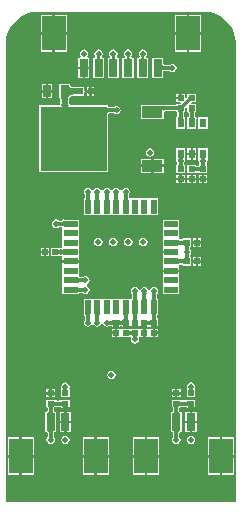
<source format=gtl>
G04*
G04 #@! TF.GenerationSoftware,Altium Limited,Altium Designer,23.3.1 (30)*
G04*
G04 Layer_Physical_Order=1*
G04 Layer_Color=255*
%FSLAX25Y25*%
%MOIN*%
G70*
G04*
G04 #@! TF.SameCoordinates,B8D109ED-CDE9-4BA8-ABFF-944DEA042C50*
G04*
G04*
G04 #@! TF.FilePolarity,Positive*
G04*
G01*
G75*
%ADD14C,0.00787*%
%ADD15R,0.04724X0.01968*%
%ADD16R,0.01968X0.04724*%
%ADD17R,0.06890X0.03937*%
%ADD18R,0.22441X0.21654*%
%ADD19R,0.02362X0.03150*%
%ADD20R,0.02756X0.03937*%
%ADD21R,0.02047X0.01850*%
%ADD22R,0.01850X0.02047*%
%ADD23R,0.07874X0.11811*%
%ADD24R,0.02953X0.05906*%
%ADD38C,0.01181*%
%ADD39C,0.01968*%
%ADD40C,0.02953*%
%ADD41C,0.01968*%
G36*
X66929Y164351D02*
X67637D01*
X69042Y164166D01*
X70411Y163799D01*
X71719Y163257D01*
X72946Y162549D01*
X74070Y161686D01*
X75072Y160684D01*
X75935Y159561D01*
X76643Y158334D01*
X77185Y157025D01*
X77552Y155656D01*
X77737Y154252D01*
X77737Y153543D01*
Y1003D01*
X1003D01*
X1003Y153543D01*
Y154252D01*
X1188Y155656D01*
X1555Y157025D01*
X2097Y158334D01*
X2806Y159561D01*
X3668Y160685D01*
X4670Y161686D01*
X5794Y162549D01*
X7021Y163257D01*
X8330Y163799D01*
X9698Y164166D01*
X11103Y164351D01*
X11811D01*
X66929Y164351D01*
D02*
G37*
%LPC*%
G36*
X21301Y163386D02*
X17364D01*
Y157480D01*
X21301D01*
Y163386D01*
D02*
G37*
G36*
X65986D02*
X62049D01*
Y157480D01*
X65986D01*
Y163386D01*
D02*
G37*
G36*
X16576D02*
X12639D01*
Y157480D01*
X16576D01*
Y163386D01*
D02*
G37*
G36*
X61261D02*
X57324D01*
Y157480D01*
X61261D01*
Y163386D01*
D02*
G37*
G36*
X65986Y156693D02*
X62049D01*
Y150787D01*
X65986D01*
Y156693D01*
D02*
G37*
G36*
X61261D02*
X57324D01*
Y150787D01*
X61261D01*
Y156693D01*
D02*
G37*
G36*
X21301D02*
X17364D01*
Y150787D01*
X21301D01*
Y156693D01*
D02*
G37*
G36*
X16576D02*
X12639D01*
Y150787D01*
X16576D01*
Y156693D01*
D02*
G37*
G36*
X27124Y151799D02*
X26587Y151692D01*
X26131Y151387D01*
X25826Y150931D01*
X25719Y150394D01*
X25826Y149856D01*
X26054Y149516D01*
X25911Y149118D01*
X25832Y149016D01*
X25139D01*
Y146063D01*
X27009D01*
X28879D01*
Y149016D01*
X28416D01*
X28337Y149118D01*
X28195Y149516D01*
X28422Y149856D01*
X28529Y150394D01*
X28422Y150931D01*
X28118Y151387D01*
X27662Y151692D01*
X27124Y151799D01*
D02*
G37*
G36*
X53486Y149016D02*
X49746D01*
Y142323D01*
X53486D01*
Y144432D01*
X53492Y144443D01*
X53499Y144505D01*
X53499Y144507D01*
X53501Y144510D01*
X53516Y144524D01*
X53558Y144549D01*
X53633Y144579D01*
X53742Y144608D01*
X53885Y144632D01*
X54058Y144647D01*
X54272Y144653D01*
X54302Y144666D01*
X55124D01*
X55155Y144653D01*
X55259Y144652D01*
X55432Y144645D01*
X55559Y144632D01*
X55593Y144626D01*
X55613Y144621D01*
X55621Y144617D01*
X55626Y144617D01*
X55638Y144613D01*
X55999Y144371D01*
X56537Y144264D01*
X57075Y144371D01*
X57530Y144676D01*
X57835Y145132D01*
X57942Y145669D01*
X57835Y146207D01*
X57530Y146663D01*
X57075Y146967D01*
X56537Y147074D01*
X55999Y146967D01*
X55638Y146726D01*
X55625Y146722D01*
X55621Y146721D01*
X55613Y146718D01*
X55593Y146713D01*
X55566Y146708D01*
X55253Y146687D01*
X55155Y146686D01*
X55124Y146673D01*
X54302D01*
X54272Y146686D01*
X54058Y146691D01*
X53885Y146706D01*
X53743Y146730D01*
X53633Y146759D01*
X53558Y146790D01*
X53516Y146815D01*
X53501Y146829D01*
X53499Y146831D01*
X53499Y146834D01*
X53492Y146895D01*
X53486Y146906D01*
Y149016D01*
D02*
G37*
G36*
X46694Y151799D02*
X46157Y151692D01*
X45701Y151387D01*
X45397Y150931D01*
X45289Y150394D01*
X45397Y149856D01*
X45624Y149516D01*
X45522Y149197D01*
X45375Y149023D01*
X45373Y149022D01*
X45369Y149019D01*
X45365Y149017D01*
X45362Y149016D01*
X44824D01*
Y142323D01*
X48565D01*
Y149016D01*
X48028D01*
X48024Y149017D01*
X48020Y149019D01*
X48016Y149022D01*
X48013Y149023D01*
X47866Y149197D01*
X47765Y149516D01*
X47993Y149856D01*
X48099Y150394D01*
X47993Y150931D01*
X47688Y151387D01*
X47232Y151692D01*
X46694Y151799D01*
D02*
G37*
G36*
X41773D02*
X41236Y151692D01*
X40780Y151387D01*
X40475Y150931D01*
X40368Y150394D01*
X40475Y149856D01*
X40703Y149516D01*
X40601Y149197D01*
X40454Y149023D01*
X40452Y149022D01*
X40448Y149019D01*
X40444Y149017D01*
X40440Y149016D01*
X39903D01*
Y142323D01*
X43643D01*
Y149016D01*
X43106D01*
X43103Y149017D01*
X43099Y149019D01*
X43095Y149022D01*
X43092Y149023D01*
X42945Y149197D01*
X42844Y149516D01*
X43071Y149856D01*
X43178Y150394D01*
X43071Y150931D01*
X42767Y151387D01*
X42311Y151692D01*
X41773Y151799D01*
D02*
G37*
G36*
X36852D02*
X36314Y151692D01*
X35859Y151387D01*
X35554Y150931D01*
X35447Y150394D01*
X35554Y149856D01*
X35781Y149516D01*
X35680Y149197D01*
X35533Y149023D01*
X35530Y149022D01*
X35527Y149019D01*
X35522Y149017D01*
X35519Y149016D01*
X34982D01*
Y142323D01*
X38722D01*
Y149016D01*
X38185D01*
X38182Y149017D01*
X38177Y149019D01*
X38174Y149022D01*
X38171Y149023D01*
X38024Y149197D01*
X37923Y149516D01*
X38150Y149856D01*
X38257Y150394D01*
X38150Y150931D01*
X37845Y151387D01*
X37390Y151692D01*
X36852Y151799D01*
D02*
G37*
G36*
X31931D02*
X31393Y151692D01*
X30937Y151387D01*
X30633Y150931D01*
X30526Y150394D01*
X30633Y149856D01*
X30860Y149516D01*
X30759Y149197D01*
X30612Y149023D01*
X30609Y149022D01*
X30605Y149019D01*
X30601Y149017D01*
X30598Y149016D01*
X30061D01*
Y142323D01*
X33801D01*
Y149016D01*
X33264D01*
X33260Y149017D01*
X33256Y149019D01*
X33252Y149022D01*
X33250Y149023D01*
X33103Y149197D01*
X33001Y149516D01*
X33229Y149856D01*
X33336Y150394D01*
X33229Y150931D01*
X32924Y151387D01*
X32468Y151692D01*
X31931Y151799D01*
D02*
G37*
G36*
X28879Y145276D02*
X27403D01*
Y142323D01*
X28879D01*
Y145276D01*
D02*
G37*
G36*
X26616D02*
X25139D01*
Y142323D01*
X26616D01*
Y145276D01*
D02*
G37*
G36*
X22035Y140178D02*
X22026Y140174D01*
X21990Y140175D01*
X21957Y140157D01*
X18898D01*
Y135958D01*
X18892Y135950D01*
X18898Y135907D01*
X18898Y135888D01*
X18877Y135839D01*
X18898Y135433D01*
X19125D01*
Y135433D01*
X19125D01*
X19207Y134976D01*
X19243Y134410D01*
X19223Y134171D01*
X19180Y133911D01*
X19123Y133699D01*
X19057Y133537D01*
X18989Y133425D01*
X18924Y133354D01*
X18862Y133313D01*
X18793Y133288D01*
X18656Y133274D01*
X18645Y133268D01*
X12008D01*
Y110827D01*
X35236D01*
Y130241D01*
X35254Y130274D01*
X35261Y130337D01*
X35262Y130339D01*
X35263Y130342D01*
X35278Y130356D01*
X35319Y130380D01*
X35392Y130410D01*
X35500Y130439D01*
X35640Y130463D01*
X35812Y130478D01*
X36023Y130483D01*
X36052Y130497D01*
X36509D01*
X36540Y130483D01*
X36644Y130482D01*
X36817Y130475D01*
X36944Y130462D01*
X36978Y130456D01*
X36997Y130452D01*
X37005Y130448D01*
X37010Y130448D01*
X37023Y130443D01*
X37384Y130202D01*
X37921Y130095D01*
X38459Y130202D01*
X38915Y130507D01*
X39219Y130962D01*
X39326Y131500D01*
X39219Y132038D01*
X38915Y132493D01*
X38459Y132798D01*
X37921Y132905D01*
X37384Y132798D01*
X37023Y132557D01*
X37010Y132552D01*
X37005Y132552D01*
X36997Y132548D01*
X36978Y132544D01*
X36950Y132539D01*
X36638Y132518D01*
X36540Y132517D01*
X36509Y132503D01*
X36052D01*
X36023Y132517D01*
X35812Y132522D01*
X35640Y132537D01*
X35500Y132561D01*
X35392Y132590D01*
X35319Y132620D01*
X35278Y132644D01*
X35263Y132658D01*
X35262Y132661D01*
X35261Y132663D01*
X35254Y132726D01*
X35236Y132759D01*
Y133268D01*
X22694D01*
X22683Y133274D01*
X22546Y133288D01*
X22476Y133313D01*
X22415Y133354D01*
X22350Y133425D01*
X22282Y133537D01*
X22216Y133699D01*
X22159Y133911D01*
X22116Y134171D01*
X22093Y134432D01*
X22113Y134842D01*
X22137Y135075D01*
X22167Y135264D01*
X22200Y135402D01*
X22211Y135433D01*
X22441D01*
Y135760D01*
X22459Y135794D01*
X22473Y135928D01*
X22497Y135995D01*
X22537Y136055D01*
X22607Y136118D01*
X22719Y136186D01*
X22879Y136250D01*
X23089Y136306D01*
X23348Y136349D01*
X23654Y136376D01*
X23854Y136381D01*
X24454Y136378D01*
X24852Y136368D01*
X24900Y136364D01*
X24921Y136371D01*
X24953Y136357D01*
X25002Y136378D01*
X27185D01*
Y137363D01*
X27271Y137795D01*
X27185Y138228D01*
Y139213D01*
X25002D01*
X24953Y139233D01*
X24950Y139232D01*
X24947Y139233D01*
X23653Y139215D01*
X23348Y139242D01*
X23089Y139284D01*
X22879Y139340D01*
X22719Y139405D01*
X22607Y139472D01*
X22607Y139472D01*
X22441Y139930D01*
Y140157D01*
X22035Y140178D01*
D02*
G37*
G36*
X30571Y139213D02*
X29646D01*
Y138189D01*
X30571D01*
Y139213D01*
D02*
G37*
G36*
X16535Y140157D02*
X15157D01*
Y138189D01*
X16535D01*
Y140157D01*
D02*
G37*
G36*
X14370D02*
X12992D01*
Y138189D01*
X14370D01*
Y140157D01*
D02*
G37*
G36*
X28858Y139213D02*
X27933D01*
Y138189D01*
X28858D01*
Y139213D01*
D02*
G37*
G36*
X30571Y137402D02*
X29646D01*
Y136378D01*
X30571D01*
Y137402D01*
D02*
G37*
G36*
X28858D02*
X27933D01*
Y136378D01*
X28858D01*
Y137402D01*
D02*
G37*
G36*
X58858Y136870D02*
X57835D01*
Y135945D01*
X58858D01*
Y136870D01*
D02*
G37*
G36*
X62002Y136890D02*
X61575Y136870D01*
X61556Y136503D01*
X61559Y136494D01*
X61555Y136486D01*
X61548Y136340D01*
X61529Y136214D01*
X61497Y136086D01*
X61451Y135955D01*
X61390Y135821D01*
X61339Y135729D01*
X61169Y135669D01*
X60669Y136024D01*
Y136870D01*
X59646D01*
Y135551D01*
X59252D01*
Y135158D01*
X57835D01*
Y134232D01*
X59136D01*
X59334Y133769D01*
X59042Y133484D01*
X58614D01*
X58593Y133493D01*
X58573Y133484D01*
X58538D01*
X58526Y133487D01*
X58521Y133484D01*
X58340D01*
X58321Y133497D01*
X58277Y133490D01*
X58240Y133505D01*
X57835Y133484D01*
Y133257D01*
X57835D01*
Y133257D01*
X57377Y133193D01*
X57266Y133185D01*
X57053Y133182D01*
X57023Y133169D01*
X54512D01*
X54481Y133182D01*
X54265Y133184D01*
X53908Y133203D01*
X53780Y133217D01*
X53701Y133230D01*
X53701Y133405D01*
X53295Y133426D01*
X53246Y133405D01*
X53240Y133405D01*
X53190Y133413D01*
X53180Y133405D01*
X46024D01*
Y128681D01*
X53701D01*
Y130906D01*
X53719Y130940D01*
X53725Y131002D01*
X53726Y131005D01*
X53728Y131007D01*
X53743Y131021D01*
X53783Y131046D01*
X53857Y131076D01*
X53965Y131105D01*
X54105Y131128D01*
X54276Y131143D01*
X54487Y131149D01*
X54517Y131162D01*
X57017D01*
X57046Y131149D01*
X57459Y131136D01*
X57611Y131123D01*
X57738Y131104D01*
X57831Y131083D01*
X57835Y131082D01*
Y130847D01*
X58139D01*
X58155Y130812D01*
X58179Y130727D01*
X58201Y130614D01*
X58231Y130273D01*
X58235Y130063D01*
X58248Y130033D01*
Y129949D01*
X58235Y129920D01*
X58230Y129709D01*
X58215Y129537D01*
X58208Y129494D01*
X57904Y129134D01*
X57677D01*
X57657Y128728D01*
X57661Y128719D01*
X57659Y128683D01*
X57677Y128650D01*
Y125197D01*
X60827D01*
Y128634D01*
X60827Y128650D01*
X60845Y128683D01*
X60843Y128719D01*
X60847Y128728D01*
X60827Y129134D01*
X60600Y129134D01*
X60296Y129494D01*
X60289Y129537D01*
X60274Y129709D01*
X60268Y129920D01*
X60255Y129949D01*
Y130033D01*
X60269Y130063D01*
X60273Y130278D01*
X60280Y130399D01*
X60442Y130847D01*
X60442D01*
X60442Y130847D01*
X60669Y130847D01*
X60690Y131252D01*
X60684Y131267D01*
X60685Y131314D01*
X60671Y131338D01*
X60672Y131341D01*
X60669Y131353D01*
Y131388D01*
X60678Y131408D01*
X60669Y131429D01*
Y131892D01*
X60719Y131978D01*
X60831Y132139D01*
X61075Y132425D01*
X61511Y132289D01*
X61575Y132238D01*
Y131346D01*
X61575Y131341D01*
X61559Y131314D01*
X61560Y131267D01*
X61554Y131252D01*
X61575Y130847D01*
X61802D01*
X61802Y130847D01*
X61802D01*
X61960Y130398D01*
X61972Y130273D01*
X61976Y130063D01*
X61989Y130033D01*
Y129949D01*
X61976Y129920D01*
X61970Y129709D01*
X61955Y129537D01*
X61948Y129494D01*
X61645Y129134D01*
X61417D01*
X61397Y128728D01*
X61401Y128719D01*
X61399Y128683D01*
X61417Y128650D01*
Y125197D01*
X64567D01*
Y128634D01*
X64567Y128650D01*
X64585Y128683D01*
X64583Y128719D01*
X64587Y128728D01*
X64567Y129134D01*
X64340Y129134D01*
X64036Y129494D01*
X64029Y129537D01*
X64014Y129709D01*
X64009Y129920D01*
X63996Y129949D01*
Y130033D01*
X64009Y130063D01*
X64013Y130278D01*
X64020Y130399D01*
X64182Y130847D01*
X64182D01*
X64182Y130847D01*
X64410Y130847D01*
X64430Y131252D01*
X64424Y131267D01*
X64425Y131314D01*
X64410Y131341D01*
Y133484D01*
X62948D01*
X62743Y133944D01*
X63043Y134232D01*
X63442D01*
X63455Y134226D01*
X63476Y134232D01*
X63503D01*
X63525Y134225D01*
X63540Y134232D01*
X64410D01*
Y136870D01*
X62055D01*
X62019Y136889D01*
X62006Y136888D01*
X62002Y136890D01*
D02*
G37*
G36*
X16535Y137402D02*
X15157D01*
Y135433D01*
X16535D01*
Y137402D01*
D02*
G37*
G36*
X14370D02*
X12992D01*
Y135433D01*
X14370D01*
Y137402D01*
D02*
G37*
G36*
X68307Y129134D02*
X65158D01*
Y125197D01*
X68307D01*
Y129134D01*
D02*
G37*
G36*
X64567Y118898D02*
X63386D01*
Y117323D01*
X64567D01*
Y118898D01*
D02*
G37*
G36*
X62598D02*
X61417D01*
Y117323D01*
X62598D01*
Y118898D01*
D02*
G37*
G36*
X49114Y118807D02*
X48577Y118700D01*
X48121Y118395D01*
X47816Y117939D01*
X47709Y117402D01*
X47816Y116864D01*
X48121Y116408D01*
X48577Y116104D01*
X49114Y115997D01*
X49652Y116104D01*
X50108Y116408D01*
X50412Y116864D01*
X50519Y117402D01*
X50412Y117939D01*
X50108Y118395D01*
X49652Y118700D01*
X49114Y118807D01*
D02*
G37*
G36*
X64567Y116535D02*
X63386D01*
Y114961D01*
X64567D01*
Y116535D01*
D02*
G37*
G36*
X62598D02*
X61417D01*
Y114961D01*
X62598D01*
Y116535D01*
D02*
G37*
G36*
X53701Y115413D02*
X50256D01*
Y113445D01*
X53701D01*
Y115413D01*
D02*
G37*
G36*
X49468D02*
X46024D01*
Y113445D01*
X49468D01*
Y115413D01*
D02*
G37*
G36*
X68307Y118898D02*
X65158D01*
Y115461D01*
X65158Y115445D01*
X65140Y115412D01*
X65141Y115376D01*
X65137Y115366D01*
X65158Y114961D01*
X65349Y114540D01*
X65327Y114429D01*
X65434Y113891D01*
X65530Y113748D01*
X65315Y113248D01*
X65315D01*
X65009Y113030D01*
X64864Y112977D01*
X64410Y113199D01*
Y113248D01*
X64004Y113268D01*
X63967Y113253D01*
X63923Y113261D01*
X63904Y113248D01*
X61575D01*
Y110610D01*
X63904D01*
X63923Y110598D01*
X63967Y110605D01*
X64004Y110590D01*
X64410Y110610D01*
Y110719D01*
X64861Y110881D01*
X65315Y110659D01*
Y110610D01*
X65721Y110590D01*
X65757Y110605D01*
X65801Y110598D01*
X65821Y110610D01*
X68150D01*
Y112754D01*
X68165Y112780D01*
X68164Y112827D01*
X68170Y112842D01*
X68150Y113248D01*
X67935Y113748D01*
X68030Y113891D01*
X68137Y114429D01*
X68085Y114690D01*
X68307Y114961D01*
X68327Y115366D01*
X68324Y115376D01*
X68325Y115412D01*
X68307Y115445D01*
Y118898D01*
D02*
G37*
G36*
X53701Y112657D02*
X50256D01*
Y110689D01*
X53701D01*
Y112657D01*
D02*
G37*
G36*
X49468D02*
X46024D01*
Y110689D01*
X49468D01*
Y112657D01*
D02*
G37*
G36*
X60827Y118898D02*
X57677D01*
Y115461D01*
X57677Y115445D01*
X57659Y115412D01*
X57661Y115376D01*
X57657Y115366D01*
X57677Y114961D01*
X57869Y114540D01*
X57847Y114429D01*
X57954Y113891D01*
X58050Y113748D01*
X57835Y113248D01*
X57814Y112842D01*
X57820Y112827D01*
X57819Y112780D01*
X57835Y112754D01*
Y110610D01*
X60669D01*
Y112754D01*
X60685Y112780D01*
X60684Y112827D01*
X60690Y112842D01*
X60669Y113248D01*
X60454Y113748D01*
X60550Y113891D01*
X60657Y114429D01*
X60605Y114690D01*
X60827Y114961D01*
X60847Y115366D01*
X60843Y115376D01*
X60845Y115412D01*
X60827Y115445D01*
Y118898D01*
D02*
G37*
G36*
X64410Y109862D02*
X63386D01*
Y108937D01*
X64410D01*
Y109862D01*
D02*
G37*
G36*
X62598D02*
X61575D01*
Y108937D01*
X62598D01*
Y109862D01*
D02*
G37*
G36*
X68150D02*
X67126D01*
Y108937D01*
X68150D01*
Y109862D01*
D02*
G37*
G36*
X60669D02*
X59646D01*
Y108937D01*
X60669D01*
Y109862D01*
D02*
G37*
G36*
X66339D02*
X65315D01*
Y108937D01*
X66339D01*
Y109862D01*
D02*
G37*
G36*
X58858D02*
X57835D01*
Y108937D01*
X58858D01*
Y109862D01*
D02*
G37*
G36*
X68150Y108150D02*
X67126D01*
Y107224D01*
X68150D01*
Y108150D01*
D02*
G37*
G36*
X66339D02*
X65315D01*
Y107224D01*
X66339D01*
Y108150D01*
D02*
G37*
G36*
X64410Y108150D02*
X63386D01*
Y107224D01*
X64410D01*
Y108150D01*
D02*
G37*
G36*
X62598D02*
X61575D01*
Y107224D01*
X62598D01*
Y108150D01*
D02*
G37*
G36*
X60669Y108150D02*
X59646D01*
Y107224D01*
X60669D01*
Y108150D01*
D02*
G37*
G36*
X58858D02*
X57835D01*
Y107224D01*
X58858D01*
Y108150D01*
D02*
G37*
G36*
X40945Y105736D02*
X40407Y105629D01*
X39951Y105324D01*
X39647Y104868D01*
X39625Y104758D01*
X39115D01*
X39093Y104868D01*
X38789Y105324D01*
X38333Y105629D01*
X37795Y105736D01*
X37258Y105629D01*
X36802Y105324D01*
X36497Y104868D01*
X36475Y104758D01*
X35966D01*
X35944Y104868D01*
X35639Y105324D01*
X35183Y105629D01*
X34646Y105736D01*
X34108Y105629D01*
X33652Y105324D01*
X33348Y104868D01*
X33326Y104758D01*
X32816D01*
X32794Y104868D01*
X32489Y105324D01*
X32034Y105629D01*
X31496Y105736D01*
X30958Y105629D01*
X30503Y105324D01*
X30198Y104868D01*
X30176Y104758D01*
X29666D01*
X29645Y104868D01*
X29340Y105324D01*
X28884Y105629D01*
X28346Y105736D01*
X27809Y105629D01*
X27353Y105324D01*
X27049Y104868D01*
X26941Y104331D01*
X27049Y103793D01*
X27290Y103432D01*
X27294Y103419D01*
X27294Y103414D01*
X27298Y103407D01*
X27303Y103387D01*
X27308Y103360D01*
X27329Y103047D01*
X27330Y102949D01*
X27318Y102618D01*
X27196Y102165D01*
X27196D01*
X27196Y102165D01*
X26969Y102165D01*
X26948Y101760D01*
X26957Y101737D01*
X26954Y101691D01*
X26969Y101667D01*
X26969Y101665D01*
Y96653D01*
X29618D01*
X29724Y96653D01*
X30118D01*
X30224Y96653D01*
X32768D01*
X32874Y96653D01*
X33268D01*
X33374Y96653D01*
X35917D01*
X36024Y96653D01*
X36417D01*
X36524Y96653D01*
X39067D01*
X39173Y96653D01*
X39567D01*
X39673Y96653D01*
X42217D01*
X42323Y96653D01*
X42717D01*
X42823Y96653D01*
X45366D01*
X45472Y96653D01*
X45866D01*
X45972Y96653D01*
X48516D01*
X48622Y96653D01*
X49016D01*
X49122Y96653D01*
X51772D01*
Y102165D01*
X49122D01*
X49016Y102165D01*
X48622D01*
X48516Y102165D01*
X45972D01*
X45866Y102165D01*
X45472D01*
X45366Y102165D01*
X42823D01*
X42717Y102165D01*
X42096D01*
X41975Y102618D01*
X41965Y102737D01*
X41962Y102948D01*
X41961Y102948D01*
X41962Y102949D01*
X41963Y103053D01*
X41969Y103226D01*
X41982Y103353D01*
X41988Y103387D01*
X41993Y103407D01*
X41997Y103414D01*
X41997Y103419D01*
X42002Y103432D01*
X42243Y103793D01*
X42350Y104331D01*
X42243Y104868D01*
X41938Y105324D01*
X41482Y105629D01*
X40945Y105736D01*
D02*
G37*
G36*
X66004Y88819D02*
X65079D01*
Y87795D01*
X66004D01*
Y88819D01*
D02*
G37*
G36*
X64291D02*
X63366D01*
Y87795D01*
X64291D01*
Y88819D01*
D02*
G37*
G36*
X46870Y89003D02*
X46332Y88896D01*
X45877Y88592D01*
X45572Y88136D01*
X45465Y87598D01*
X45572Y87061D01*
X45877Y86605D01*
X46332Y86300D01*
X46870Y86194D01*
X47408Y86300D01*
X47864Y86605D01*
X48168Y87061D01*
X48275Y87598D01*
X48168Y88136D01*
X47864Y88592D01*
X47408Y88896D01*
X46870Y89003D01*
D02*
G37*
G36*
X41870D02*
X41332Y88896D01*
X40877Y88592D01*
X40572Y88136D01*
X40465Y87598D01*
X40572Y87061D01*
X40877Y86605D01*
X41332Y86300D01*
X41870Y86194D01*
X42408Y86300D01*
X42864Y86605D01*
X43168Y87061D01*
X43275Y87598D01*
X43168Y88136D01*
X42864Y88592D01*
X42408Y88896D01*
X41870Y89003D01*
D02*
G37*
G36*
X36870D02*
X36332Y88896D01*
X35877Y88592D01*
X35572Y88136D01*
X35465Y87598D01*
X35572Y87061D01*
X35877Y86605D01*
X36332Y86300D01*
X36870Y86194D01*
X37408Y86300D01*
X37863Y86605D01*
X38168Y87061D01*
X38275Y87598D01*
X38168Y88136D01*
X37863Y88592D01*
X37408Y88896D01*
X36870Y89003D01*
D02*
G37*
G36*
X31870D02*
X31332Y88896D01*
X30877Y88592D01*
X30572Y88136D01*
X30465Y87598D01*
X30572Y87061D01*
X30877Y86605D01*
X31332Y86300D01*
X31870Y86194D01*
X32408Y86300D01*
X32864Y86605D01*
X33168Y87061D01*
X33275Y87598D01*
X33168Y88136D01*
X32864Y88592D01*
X32408Y88896D01*
X31870Y89003D01*
D02*
G37*
G36*
X66004Y87008D02*
X65079D01*
Y85984D01*
X66004D01*
Y87008D01*
D02*
G37*
G36*
X64291D02*
X63366D01*
Y85984D01*
X64291D01*
Y87008D01*
D02*
G37*
G36*
X58858Y95079D02*
X53347D01*
Y92429D01*
X53347Y92323D01*
Y91929D01*
X53347Y91823D01*
Y89280D01*
X53347Y89173D01*
Y88779D01*
X53347Y88673D01*
Y86130D01*
X53347Y86024D01*
Y85630D01*
X53347Y85524D01*
Y84646D01*
X56102D01*
Y83858D01*
X53347D01*
Y82980D01*
X53347Y82874D01*
Y82480D01*
X53347Y82374D01*
Y79831D01*
X53347Y79724D01*
Y79331D01*
X53347Y79224D01*
Y78347D01*
X56102D01*
X58858D01*
Y79224D01*
X58858Y79331D01*
Y79952D01*
X59311Y80072D01*
X59419Y80081D01*
X59532Y80074D01*
X59980Y79912D01*
Y79912D01*
X59980Y79912D01*
X59980Y79685D01*
X60386Y79665D01*
X60401Y79671D01*
X60448Y79669D01*
X60475Y79685D01*
X62618D01*
Y82014D01*
X62631Y82033D01*
X62624Y82077D01*
X62639Y82114D01*
X62618Y82520D01*
X62391D01*
Y82520D01*
X62391D01*
X62327Y82978D01*
X62322Y83044D01*
X62338Y83281D01*
X62343Y83308D01*
X62347Y83328D01*
X62351Y83336D01*
X62352Y83340D01*
X62356Y83353D01*
X62597Y83714D01*
X62704Y84252D01*
X62597Y84790D01*
X62356Y85151D01*
X62352Y85163D01*
X62351Y85168D01*
X62347Y85176D01*
X62343Y85195D01*
X62338Y85223D01*
X62323Y85441D01*
X62326Y85526D01*
X62391Y85984D01*
X62391D01*
Y85984D01*
X62618D01*
X62639Y86390D01*
X62624Y86426D01*
X62631Y86471D01*
X62618Y86490D01*
Y88819D01*
X60480D01*
X60475Y88819D01*
X60448Y88835D01*
X60401Y88833D01*
X60386Y88839D01*
X59980Y88819D01*
Y88592D01*
X59980Y88592D01*
Y88592D01*
X59532Y88433D01*
X59443Y88425D01*
X59311Y88430D01*
X58858Y88552D01*
Y89173D01*
X58858Y89280D01*
Y91823D01*
X58858Y91929D01*
Y92323D01*
X58858Y92429D01*
Y95079D01*
D02*
G37*
G36*
X17717Y95106D02*
X17179Y94999D01*
X16723Y94694D01*
X16419Y94238D01*
X16312Y93701D01*
X16419Y93163D01*
X16723Y92707D01*
X17179Y92403D01*
X17717Y92296D01*
X18254Y92403D01*
X18615Y92644D01*
X18628Y92648D01*
X18633Y92649D01*
X18641Y92653D01*
X18660Y92657D01*
X18687Y92662D01*
X19000Y92683D01*
X19098Y92684D01*
X19430Y92672D01*
X19882Y92550D01*
Y91929D01*
X19882Y91823D01*
Y89280D01*
X19882Y89173D01*
Y88779D01*
X19882Y88673D01*
Y86108D01*
X19715Y85717D01*
X19340Y85647D01*
X19291Y85657D01*
X18876Y85574D01*
X18760Y85669D01*
X18354Y85690D01*
X18339Y85684D01*
X18292Y85685D01*
X18265Y85669D01*
X16122D01*
Y82835D01*
X18260D01*
X18265Y82835D01*
X18292Y82819D01*
X18339Y82820D01*
X18354Y82814D01*
X18760Y82835D01*
X19251Y82855D01*
X19291Y82847D01*
X19340Y82857D01*
X19715Y82786D01*
X19882Y82396D01*
Y81496D01*
X22638D01*
X25394D01*
Y82374D01*
X25394Y82480D01*
Y82874D01*
X25394Y82980D01*
Y85524D01*
X25394Y85630D01*
Y86024D01*
X25394Y86130D01*
Y88673D01*
X25394Y88779D01*
Y89173D01*
X25394Y89280D01*
Y91823D01*
X25394Y91929D01*
Y92323D01*
X25394Y92429D01*
Y95079D01*
X20382D01*
X20380Y95079D01*
X20356Y95094D01*
X20310Y95090D01*
X20288Y95099D01*
X19882Y95079D01*
Y94852D01*
X19882Y94852D01*
Y94852D01*
X19430Y94731D01*
X19310Y94721D01*
X19099Y94717D01*
X19099Y94717D01*
X19098Y94717D01*
X18994Y94718D01*
X18821Y94725D01*
X18694Y94738D01*
X18660Y94744D01*
X18641Y94749D01*
X18633Y94753D01*
X18628Y94753D01*
X18615Y94757D01*
X18254Y94999D01*
X17717Y95106D01*
D02*
G37*
G36*
X15374Y85669D02*
X14449D01*
Y84646D01*
X15374D01*
Y85669D01*
D02*
G37*
G36*
X13661D02*
X12736D01*
Y84646D01*
X13661D01*
Y85669D01*
D02*
G37*
G36*
X15374Y83858D02*
X14449D01*
Y82835D01*
X15374D01*
Y83858D01*
D02*
G37*
G36*
X13661D02*
X12736D01*
Y82835D01*
X13661D01*
Y83858D01*
D02*
G37*
G36*
X66004Y82520D02*
X65079D01*
Y81496D01*
X66004D01*
Y82520D01*
D02*
G37*
G36*
X64291D02*
X63366D01*
Y81496D01*
X64291D01*
Y82520D01*
D02*
G37*
G36*
X66004Y80709D02*
X65079D01*
Y79685D01*
X66004D01*
Y80709D01*
D02*
G37*
G36*
X64291D02*
X63366D01*
Y79685D01*
X64291D01*
Y80709D01*
D02*
G37*
G36*
X50394Y72547D02*
X49856Y72440D01*
X49400Y72135D01*
X49096Y71679D01*
X49074Y71569D01*
X48564D01*
X48542Y71679D01*
X48237Y72135D01*
X47782Y72440D01*
X47244Y72547D01*
X46706Y72440D01*
X46251Y72135D01*
X45946Y71679D01*
X45924Y71569D01*
X45414D01*
X45393Y71679D01*
X45088Y72135D01*
X44632Y72440D01*
X44094Y72547D01*
X43557Y72440D01*
X43101Y72135D01*
X42796Y71679D01*
X42689Y71142D01*
X42796Y70604D01*
X43038Y70243D01*
X43042Y70230D01*
X43042Y70225D01*
X43046Y70218D01*
X43051Y70198D01*
X43056Y70171D01*
X43077Y69858D01*
X43078Y69760D01*
X43091Y69729D01*
Y69520D01*
X43078Y69491D01*
X43066Y69153D01*
X42944Y68701D01*
X42323D01*
X42217Y68701D01*
X39673D01*
X39567Y68701D01*
X39173D01*
X39067Y68701D01*
X36524D01*
X36417Y68701D01*
X36024D01*
X35917Y68701D01*
X33374D01*
X33268Y68701D01*
X32874D01*
X32768Y68701D01*
X30224D01*
X30118Y68701D01*
X29724D01*
X29618Y68701D01*
X26969D01*
Y63689D01*
X26969Y63687D01*
X26954Y63663D01*
X26957Y63617D01*
X26948Y63595D01*
X26969Y63189D01*
X27196D01*
X27196Y63189D01*
X27196D01*
X27317Y62737D01*
X27326Y62617D01*
X27330Y62406D01*
X27343Y62376D01*
Y62161D01*
X27330Y62130D01*
X27329Y62026D01*
X27322Y61853D01*
X27309Y61726D01*
X27303Y61692D01*
X27298Y61672D01*
X27294Y61664D01*
X27294Y61659D01*
X27290Y61647D01*
X27049Y61286D01*
X26941Y60748D01*
X27049Y60210D01*
X27353Y59755D01*
X27809Y59450D01*
X28346Y59343D01*
X28884Y59450D01*
X29340Y59755D01*
X29645Y60210D01*
X29666Y60321D01*
X30176D01*
X30198Y60210D01*
X30503Y59755D01*
X30958Y59450D01*
X31496Y59343D01*
X32034Y59450D01*
X32489Y59755D01*
X32794Y60210D01*
X32816Y60321D01*
X33326D01*
X33348Y60210D01*
X33652Y59755D01*
X34108Y59450D01*
X34646Y59343D01*
X35183Y59450D01*
X35544Y59691D01*
X35557Y59696D01*
X35562Y59696D01*
X35570Y59700D01*
X35589Y59705D01*
X35616Y59709D01*
X35835Y59724D01*
X35920Y59721D01*
X36378Y59656D01*
Y59656D01*
X36378D01*
Y59429D01*
X36784Y59409D01*
X36820Y59424D01*
X36864Y59416D01*
X36884Y59429D01*
X38707D01*
X38726Y59416D01*
X38770Y59424D01*
X38807Y59409D01*
X39213Y59429D01*
X39528D01*
X39933Y59409D01*
X39970Y59424D01*
X40014Y59416D01*
X40033Y59429D01*
X42177D01*
X42677Y59429D01*
X42862Y59429D01*
X45327D01*
X45827Y59429D01*
X46012Y59429D01*
X48156D01*
X48175Y59416D01*
X48219Y59424D01*
X48256Y59409D01*
X48661Y59429D01*
X48976D01*
X49382Y59409D01*
X49419Y59424D01*
X49463Y59416D01*
X49482Y59429D01*
X51811D01*
Y61567D01*
X51811Y61572D01*
X51827Y61599D01*
X51825Y61646D01*
X51832Y61661D01*
X51811Y62067D01*
X51584D01*
X51584Y62067D01*
X51584D01*
X51425Y62515D01*
X51417Y62604D01*
X51422Y62737D01*
X51544Y63189D01*
X51545D01*
X51545Y63189D01*
X51772Y63189D01*
X51792Y63595D01*
X51783Y63617D01*
X51787Y63663D01*
X51772Y63687D01*
X51772Y63689D01*
Y68201D01*
X51772Y68203D01*
X51787Y68227D01*
X51783Y68273D01*
X51792Y68295D01*
X51772Y68701D01*
X51545D01*
X51545Y68701D01*
X51544D01*
X51424Y69153D01*
X51414Y69273D01*
X51410Y69483D01*
X51397Y69514D01*
Y69729D01*
X51410Y69760D01*
X51411Y69864D01*
X51418Y70037D01*
X51431Y70164D01*
X51437Y70198D01*
X51442Y70218D01*
X51446Y70226D01*
X51446Y70230D01*
X51450Y70243D01*
X51692Y70604D01*
X51799Y71142D01*
X51692Y71679D01*
X51387Y72135D01*
X50931Y72440D01*
X50394Y72547D01*
D02*
G37*
G36*
X58858Y77559D02*
X56102D01*
X53347D01*
Y76681D01*
X53347Y76575D01*
Y76181D01*
X53347Y76075D01*
Y73532D01*
X53347Y73425D01*
Y73032D01*
X53347Y72925D01*
Y70276D01*
X58858D01*
Y72925D01*
X58858Y73032D01*
Y73425D01*
X58858Y73532D01*
Y76075D01*
X58858Y76181D01*
Y76575D01*
X58858Y76681D01*
Y77559D01*
D02*
G37*
G36*
X25394Y80709D02*
X22638D01*
X19882D01*
Y79831D01*
X19882Y79724D01*
Y79331D01*
X19882Y79224D01*
Y76681D01*
X19882Y76575D01*
Y76181D01*
X19882Y76075D01*
Y73532D01*
X19882Y73425D01*
Y73032D01*
X19882Y72925D01*
Y70276D01*
X24894D01*
X24895Y70276D01*
X24919Y70261D01*
X24966Y70264D01*
X24988Y70255D01*
X25394Y70276D01*
Y70503D01*
X25394Y70503D01*
Y70503D01*
X25846Y70624D01*
X25965Y70633D01*
X26176Y70637D01*
X26177Y70637D01*
X26177Y70637D01*
X26281Y70636D01*
X26454Y70629D01*
X26581Y70616D01*
X26616Y70610D01*
X26635Y70605D01*
X26643Y70601D01*
X26648Y70601D01*
X26660Y70597D01*
X27021Y70356D01*
X27559Y70249D01*
X28097Y70356D01*
X28552Y70660D01*
X28857Y71116D01*
X28964Y71653D01*
X28857Y72191D01*
X28552Y72647D01*
X28097Y72952D01*
X27987Y72974D01*
Y73483D01*
X28097Y73505D01*
X28552Y73810D01*
X28857Y74265D01*
X28964Y74803D01*
X28857Y75341D01*
X28552Y75797D01*
X28097Y76101D01*
X27559Y76208D01*
X27021Y76101D01*
X26660Y75860D01*
X26647Y75855D01*
X26643Y75855D01*
X26635Y75851D01*
X26616Y75847D01*
X26588Y75842D01*
X26276Y75821D01*
X26177Y75820D01*
X25846Y75832D01*
X25394Y75954D01*
Y76575D01*
X25394Y76681D01*
Y79224D01*
X25394Y79331D01*
Y79724D01*
X25394Y79831D01*
Y80709D01*
D02*
G37*
G36*
X41956Y58701D02*
X41920Y58686D01*
X41876Y58694D01*
X41857Y58681D01*
X39713D01*
X39213Y58681D01*
X39028Y58681D01*
X38189D01*
Y57362D01*
Y56043D01*
X39028D01*
X39528Y56043D01*
X39713Y56043D01*
X41857D01*
X41876Y56031D01*
X41920Y56038D01*
X41956Y56023D01*
X42362Y56043D01*
X42677D01*
X42774Y55543D01*
X42690Y55118D01*
X42796Y54580D01*
X43101Y54125D01*
X43557Y53820D01*
X44094Y53713D01*
X44632Y53820D01*
X45088Y54125D01*
X45393Y54580D01*
X45500Y55118D01*
X45415Y55543D01*
X45512Y56043D01*
X45827D01*
X46012Y56043D01*
X46850D01*
Y57362D01*
Y58681D01*
X46012D01*
X45512Y58681D01*
X45327Y58681D01*
X43183D01*
X43163Y58694D01*
X43119Y58686D01*
X43083Y58701D01*
X42677Y58681D01*
X42362D01*
X41956Y58701D01*
D02*
G37*
G36*
X48661Y58681D02*
X48476Y58681D01*
X47638D01*
Y57362D01*
Y56043D01*
X48476D01*
X48976Y56043D01*
X49161Y56043D01*
X50000D01*
Y57362D01*
Y58681D01*
X49161D01*
X48661Y58681D01*
D02*
G37*
G36*
X50787Y58681D02*
Y57756D01*
X51811D01*
Y58681D01*
X50787D01*
D02*
G37*
G36*
X37402D02*
X36378D01*
Y57756D01*
X37402D01*
Y58681D01*
D02*
G37*
G36*
X51811Y56968D02*
X50787D01*
Y56043D01*
X51811D01*
Y56968D01*
D02*
G37*
G36*
X37402Y56968D02*
X36378D01*
Y56043D01*
X37402D01*
Y56968D01*
D02*
G37*
G36*
X36220Y44633D02*
X35683Y44526D01*
X35227Y44222D01*
X34922Y43766D01*
X34815Y43228D01*
X34922Y42691D01*
X35227Y42235D01*
X35683Y41930D01*
X36220Y41823D01*
X36758Y41930D01*
X37214Y42235D01*
X37519Y42691D01*
X37625Y43228D01*
X37519Y43766D01*
X37214Y44222D01*
X36758Y44526D01*
X36220Y44633D01*
D02*
G37*
G36*
X59272Y38445D02*
X58248D01*
Y37520D01*
X59272D01*
Y38445D01*
D02*
G37*
G36*
X17382D02*
X16358D01*
Y37520D01*
X17382D01*
Y38445D01*
D02*
G37*
G36*
X57461D02*
X56437D01*
Y37520D01*
X57461D01*
Y38445D01*
D02*
G37*
G36*
X15571D02*
X14547D01*
Y37520D01*
X15571D01*
Y38445D01*
D02*
G37*
G36*
X62776Y40775D02*
X62238Y40668D01*
X61782Y40363D01*
X61478Y39908D01*
X61371Y39370D01*
X61455Y38945D01*
X61358Y38445D01*
X61338Y38039D01*
X61344Y38024D01*
X61342Y37977D01*
X61358Y37950D01*
Y35807D01*
X64193D01*
Y37950D01*
X64209Y37977D01*
X64207Y38024D01*
X64213Y38039D01*
X64193Y38445D01*
X64096Y38945D01*
X64180Y39370D01*
X64074Y39908D01*
X63769Y40363D01*
X63313Y40668D01*
X62776Y40775D01*
D02*
G37*
G36*
X59272Y36732D02*
X58248D01*
Y35807D01*
X59272D01*
Y36732D01*
D02*
G37*
G36*
X57461D02*
X56437D01*
Y35807D01*
X57461D01*
Y36732D01*
D02*
G37*
G36*
X20886Y40775D02*
X20348Y40668D01*
X19892Y40363D01*
X19588Y39908D01*
X19481Y39370D01*
X19566Y38945D01*
X19468Y38445D01*
X19448Y38039D01*
X19454Y38024D01*
X19453Y37977D01*
X19468Y37950D01*
Y35807D01*
X22303D01*
Y37950D01*
X22319Y37977D01*
X22317Y38024D01*
X22324Y38039D01*
X22303Y38445D01*
X22206Y38945D01*
X22291Y39370D01*
X22184Y39908D01*
X21879Y40363D01*
X21423Y40668D01*
X20886Y40775D01*
D02*
G37*
G36*
X17382Y36732D02*
X16358D01*
Y35807D01*
X17382D01*
Y36732D01*
D02*
G37*
G36*
X15571D02*
X14547D01*
Y35807D01*
X15571D01*
Y36732D01*
D02*
G37*
G36*
X61764Y35080D02*
X61358Y35059D01*
Y34832D01*
X61358D01*
Y34832D01*
X60900Y34767D01*
X60790Y34760D01*
X60577Y34757D01*
X60546Y34744D01*
X60089D01*
X60060Y34757D01*
X59730Y34767D01*
X59272Y34832D01*
Y34832D01*
X59272D01*
Y35059D01*
X58866Y35080D01*
X58829Y35064D01*
X58785Y35072D01*
X58766Y35059D01*
X56437D01*
Y32921D01*
X56437Y32916D01*
X56421Y32889D01*
X56423Y32842D01*
X56416Y32827D01*
X56437Y32421D01*
X56664D01*
X56664Y32421D01*
X56664D01*
X56823Y31973D01*
X56834Y31847D01*
X56837Y31668D01*
X56832Y31478D01*
X56817Y31305D01*
X56794Y31162D01*
X56764Y31053D01*
X56734Y30978D01*
X56709Y30936D01*
X56695Y30921D01*
X56692Y30919D01*
X56690Y30918D01*
X56628Y30912D01*
X56617Y30906D01*
X55984D01*
Y24213D01*
X56595D01*
X56629Y24194D01*
X56691Y24188D01*
X56694Y24187D01*
X56696Y24185D01*
X56710Y24171D01*
X56735Y24130D01*
X56765Y24057D01*
X56794Y23949D01*
X56817Y23809D01*
X56832Y23637D01*
X56838Y23426D01*
X56851Y23397D01*
Y23066D01*
X56838Y23035D01*
X56837Y22931D01*
X56830Y22758D01*
X56817Y22631D01*
X56811Y22597D01*
X56806Y22578D01*
X56802Y22570D01*
X56802Y22565D01*
X56798Y22552D01*
X56556Y22191D01*
X56449Y21654D01*
X56556Y21116D01*
X56861Y20660D01*
X57317Y20356D01*
X57854Y20249D01*
X58392Y20356D01*
X58848Y20660D01*
X59152Y21116D01*
X59259Y21654D01*
X59152Y22191D01*
X58911Y22552D01*
X58907Y22565D01*
X58906Y22570D01*
X58903Y22578D01*
X58898Y22597D01*
X58893Y22624D01*
X58872Y22937D01*
X58871Y23035D01*
X58858Y23066D01*
Y23397D01*
X58871Y23426D01*
X58876Y23637D01*
X58891Y23809D01*
X58915Y23949D01*
X58944Y24057D01*
X58974Y24130D01*
X58999Y24171D01*
X59012Y24185D01*
X59015Y24187D01*
X59018Y24188D01*
X59080Y24194D01*
X59113Y24213D01*
X59724D01*
Y30906D01*
X59092D01*
X59080Y30912D01*
X59019Y30918D01*
X59016Y30919D01*
X59014Y30921D01*
X59000Y30936D01*
X58975Y30978D01*
X58944Y31053D01*
X58915Y31162D01*
X58892Y31305D01*
X58876Y31478D01*
X58872Y31668D01*
X58875Y31853D01*
X58886Y32032D01*
X58904Y32183D01*
X58927Y32302D01*
X58952Y32386D01*
X58967Y32421D01*
X59272D01*
Y32656D01*
X59276Y32658D01*
X59369Y32679D01*
X59490Y32697D01*
X59840Y32720D01*
X60053Y32724D01*
X60084Y32737D01*
X60541D01*
X60570Y32724D01*
X60900Y32714D01*
X61358Y32648D01*
Y32648D01*
X61358D01*
Y32421D01*
X61764Y32401D01*
X61800Y32416D01*
X61845Y32408D01*
X61864Y32421D01*
X64193D01*
Y35059D01*
X61864D01*
X61845Y35072D01*
X61800Y35064D01*
X61764Y35080D01*
D02*
G37*
G36*
X19874D02*
X19468Y35059D01*
Y34832D01*
X19468D01*
Y34832D01*
X19010Y34767D01*
X18900Y34760D01*
X18687Y34757D01*
X18657Y34744D01*
X18199D01*
X18170Y34757D01*
X17840Y34767D01*
X17382Y34832D01*
Y34832D01*
X17382D01*
Y35059D01*
X16976Y35080D01*
X16940Y35064D01*
X16896Y35072D01*
X16876Y35059D01*
X14547D01*
Y32921D01*
X14547Y32916D01*
X14531Y32889D01*
X14533Y32842D01*
X14527Y32827D01*
X14547Y32421D01*
X14774D01*
X14774Y32421D01*
X14774D01*
X14933Y31973D01*
X14944Y31847D01*
X14947Y31668D01*
X14942Y31478D01*
X14927Y31305D01*
X14904Y31162D01*
X14875Y31053D01*
X14844Y30978D01*
X14819Y30936D01*
X14805Y30921D01*
X14803Y30919D01*
X14800Y30918D01*
X14738Y30912D01*
X14727Y30906D01*
X14095D01*
Y24213D01*
X14706D01*
X14739Y24194D01*
X14801Y24188D01*
X14804Y24187D01*
X14807Y24185D01*
X14820Y24171D01*
X14845Y24130D01*
X14875Y24057D01*
X14904Y23949D01*
X14927Y23809D01*
X14942Y23637D01*
X14948Y23426D01*
X14961Y23397D01*
Y23066D01*
X14948Y23035D01*
X14947Y22931D01*
X14940Y22758D01*
X14927Y22631D01*
X14921Y22597D01*
X14916Y22578D01*
X14912Y22570D01*
X14912Y22565D01*
X14908Y22552D01*
X14667Y22191D01*
X14560Y21654D01*
X14667Y21116D01*
X14971Y20660D01*
X15427Y20356D01*
X15965Y20249D01*
X16502Y20356D01*
X16958Y20660D01*
X17263Y21116D01*
X17369Y21654D01*
X17263Y22191D01*
X17021Y22552D01*
X17017Y22565D01*
X17017Y22570D01*
X17013Y22578D01*
X17008Y22597D01*
X17003Y22624D01*
X16982Y22937D01*
X16981Y23035D01*
X16968Y23066D01*
Y23397D01*
X16981Y23426D01*
X16987Y23637D01*
X17002Y23809D01*
X17025Y23949D01*
X17054Y24057D01*
X17084Y24130D01*
X17109Y24171D01*
X17123Y24185D01*
X17125Y24187D01*
X17128Y24188D01*
X17190Y24194D01*
X17224Y24213D01*
X17835D01*
Y30906D01*
X17202D01*
X17191Y30912D01*
X17129Y30918D01*
X17127Y30919D01*
X17124Y30921D01*
X17110Y30936D01*
X17085Y30978D01*
X17054Y31053D01*
X17025Y31162D01*
X17002Y31305D01*
X16987Y31478D01*
X16982Y31668D01*
X16985Y31853D01*
X16996Y32032D01*
X17014Y32183D01*
X17037Y32302D01*
X17062Y32386D01*
X17077Y32421D01*
X17382D01*
Y32656D01*
X17386Y32658D01*
X17479Y32679D01*
X17601Y32697D01*
X17950Y32720D01*
X18163Y32724D01*
X18194Y32737D01*
X18651D01*
X18680Y32724D01*
X19011Y32714D01*
X19468Y32648D01*
Y32648D01*
X19468D01*
Y32421D01*
X19874Y32401D01*
X19911Y32416D01*
X19955Y32408D01*
X19974Y32421D01*
X22303D01*
Y35059D01*
X19974D01*
X19955Y35072D01*
X19911Y35064D01*
X19874Y35080D01*
D02*
G37*
G36*
X64646Y30906D02*
X63169D01*
Y27953D01*
X64646D01*
Y30906D01*
D02*
G37*
G36*
X62382D02*
X60905D01*
Y27953D01*
X62382D01*
Y30906D01*
D02*
G37*
G36*
X22756D02*
X21280D01*
Y27953D01*
X22756D01*
Y30906D01*
D02*
G37*
G36*
X20492D02*
X19016D01*
Y27953D01*
X20492D01*
Y30906D01*
D02*
G37*
G36*
X64646Y27165D02*
X63169D01*
Y24213D01*
X64646D01*
Y27165D01*
D02*
G37*
G36*
X62382D02*
X60905D01*
Y24213D01*
X62382D01*
Y27165D01*
D02*
G37*
G36*
X22756D02*
X21280D01*
Y24213D01*
X22756D01*
Y27165D01*
D02*
G37*
G36*
X20492D02*
X19016D01*
Y24213D01*
X20492D01*
Y27165D01*
D02*
G37*
G36*
X20886Y23058D02*
X20348Y22952D01*
X19892Y22647D01*
X19588Y22191D01*
X19481Y21654D01*
X19588Y21116D01*
X19892Y20660D01*
X20348Y20356D01*
X20886Y20249D01*
X21423Y20356D01*
X21879Y20660D01*
X22184Y21116D01*
X22291Y21654D01*
X22184Y22191D01*
X21879Y22647D01*
X21423Y22952D01*
X20886Y23058D01*
D02*
G37*
G36*
X62776Y23058D02*
X62238Y22952D01*
X61782Y22647D01*
X61478Y22191D01*
X61371Y21654D01*
X61478Y21116D01*
X61782Y20660D01*
X62238Y20356D01*
X62776Y20249D01*
X63313Y20356D01*
X63769Y20660D01*
X64074Y21116D01*
X64180Y21654D01*
X64074Y22191D01*
X63769Y22647D01*
X63313Y22952D01*
X62776Y23058D01*
D02*
G37*
G36*
X77146Y22441D02*
X73209D01*
Y16535D01*
X77146D01*
Y22441D01*
D02*
G37*
G36*
X72421D02*
X68484D01*
Y16535D01*
X72421D01*
Y22441D01*
D02*
G37*
G36*
X52146D02*
X48209D01*
Y16535D01*
X52146D01*
Y22441D01*
D02*
G37*
G36*
X47421D02*
X43484D01*
Y16535D01*
X47421D01*
Y22441D01*
D02*
G37*
G36*
X35256D02*
X31319D01*
Y16535D01*
X35256D01*
Y22441D01*
D02*
G37*
G36*
X30531D02*
X26594D01*
Y16535D01*
X30531D01*
Y22441D01*
D02*
G37*
G36*
X10256D02*
X6319D01*
Y16535D01*
X10256D01*
Y22441D01*
D02*
G37*
G36*
X5531D02*
X1595D01*
Y16535D01*
X5531D01*
Y22441D01*
D02*
G37*
G36*
X77146Y15748D02*
X73209D01*
Y9843D01*
X77146D01*
Y15748D01*
D02*
G37*
G36*
X72421D02*
X68484D01*
Y9843D01*
X72421D01*
Y15748D01*
D02*
G37*
G36*
X52146D02*
X48209D01*
Y9843D01*
X52146D01*
Y15748D01*
D02*
G37*
G36*
X47421D02*
X43484D01*
Y9843D01*
X47421D01*
Y15748D01*
D02*
G37*
G36*
X35256D02*
X31319D01*
Y9843D01*
X35256D01*
Y15748D01*
D02*
G37*
G36*
X30531D02*
X26594D01*
Y9843D01*
X30531D01*
Y15748D01*
D02*
G37*
G36*
X10256D02*
X6319D01*
Y9843D01*
X10256D01*
Y15748D01*
D02*
G37*
G36*
X5531D02*
X1595D01*
Y9843D01*
X5531D01*
Y15748D01*
D02*
G37*
%LPD*%
G36*
X55834Y144980D02*
X55810Y144999D01*
X55776Y145016D01*
X55733Y145030D01*
X55680Y145043D01*
X55617Y145054D01*
X55463Y145070D01*
X55270Y145078D01*
X55159Y145079D01*
X55159Y146260D01*
X55270Y146261D01*
X55617Y146284D01*
X55680Y146295D01*
X55733Y146308D01*
X55776Y146323D01*
X55810Y146340D01*
X55834Y146358D01*
X55834Y144980D01*
D02*
G37*
G36*
X53080Y146738D02*
X53116Y146638D01*
X53175Y146549D01*
X53259Y146472D01*
X53366Y146407D01*
X53498Y146354D01*
X53653Y146313D01*
X53832Y146283D01*
X54035Y146266D01*
X54261Y146260D01*
Y145079D01*
X54035Y145073D01*
X53832Y145055D01*
X53653Y145026D01*
X53498Y144984D01*
X53366Y144931D01*
X53259Y144866D01*
X53175Y144789D01*
X53116Y144701D01*
X53080Y144600D01*
X53068Y144488D01*
Y146850D01*
X53080Y146738D01*
D02*
G37*
G36*
X47327Y149631D02*
X47277Y149567D01*
X47233Y149498D01*
X47194Y149425D01*
X47162Y149349D01*
X47135Y149268D01*
X47115Y149182D01*
X47104Y149116D01*
X47104Y149114D01*
X47124Y148996D01*
X47151Y148893D01*
X47187Y148807D01*
X47230Y148736D01*
X47281Y148681D01*
X47340Y148642D01*
X47407Y148618D01*
X47482Y148610D01*
X45907D01*
X45982Y148618D01*
X46049Y148642D01*
X46108Y148681D01*
X46159Y148736D01*
X46202Y148807D01*
X46238Y148893D01*
X46265Y148996D01*
X46285Y149114D01*
X46285Y149116D01*
X46274Y149182D01*
X46253Y149268D01*
X46227Y149349D01*
X46194Y149425D01*
X46156Y149498D01*
X46112Y149567D01*
X46062Y149631D01*
X46005Y149691D01*
X47383D01*
X47327Y149631D01*
D02*
G37*
G36*
X42406D02*
X42356Y149567D01*
X42312Y149498D01*
X42273Y149425D01*
X42241Y149349D01*
X42214Y149268D01*
X42193Y149182D01*
X42182Y149116D01*
X42183Y149114D01*
X42202Y148996D01*
X42230Y148893D01*
X42265Y148807D01*
X42309Y148736D01*
X42360Y148681D01*
X42419Y148642D01*
X42486Y148618D01*
X42561Y148610D01*
X40986D01*
X41061Y148618D01*
X41128Y148642D01*
X41187Y148681D01*
X41238Y148736D01*
X41281Y148807D01*
X41317Y148893D01*
X41344Y148996D01*
X41364Y149114D01*
X41364Y149116D01*
X41353Y149182D01*
X41332Y149268D01*
X41306Y149349D01*
X41273Y149425D01*
X41235Y149498D01*
X41190Y149567D01*
X41140Y149631D01*
X41084Y149691D01*
X42462D01*
X42406Y149631D01*
D02*
G37*
G36*
X37485D02*
X37435Y149567D01*
X37390Y149498D01*
X37352Y149425D01*
X37319Y149349D01*
X37293Y149268D01*
X37272Y149182D01*
X37261Y149116D01*
X37261Y149114D01*
X37281Y148996D01*
X37309Y148893D01*
X37344Y148807D01*
X37387Y148736D01*
X37439Y148681D01*
X37498Y148642D01*
X37565Y148618D01*
X37639Y148610D01*
X36065D01*
X36139Y148618D01*
X36206Y148642D01*
X36265Y148681D01*
X36316Y148736D01*
X36360Y148807D01*
X36395Y148893D01*
X36423Y148996D01*
X36443Y149114D01*
X36443Y149116D01*
X36432Y149182D01*
X36411Y149268D01*
X36384Y149349D01*
X36352Y149425D01*
X36314Y149498D01*
X36269Y149567D01*
X36219Y149631D01*
X36163Y149691D01*
X37541D01*
X37485Y149631D01*
D02*
G37*
G36*
X32564D02*
X32513Y149567D01*
X32469Y149498D01*
X32431Y149425D01*
X32398Y149349D01*
X32372Y149268D01*
X32351Y149182D01*
X32340Y149116D01*
X32340Y149114D01*
X32360Y148996D01*
X32387Y148893D01*
X32423Y148807D01*
X32466Y148736D01*
X32517Y148681D01*
X32576Y148642D01*
X32643Y148618D01*
X32718Y148610D01*
X31143D01*
X31218Y148618D01*
X31285Y148642D01*
X31344Y148681D01*
X31395Y148736D01*
X31439Y148807D01*
X31474Y148893D01*
X31502Y148996D01*
X31521Y149114D01*
X31521Y149116D01*
X31510Y149182D01*
X31490Y149268D01*
X31463Y149349D01*
X31431Y149425D01*
X31392Y149498D01*
X31348Y149567D01*
X31298Y149631D01*
X31242Y149691D01*
X32620D01*
X32564Y149631D01*
D02*
G37*
G36*
X22055Y139567D02*
X22114Y139402D01*
X22212Y139256D01*
X22350Y139129D01*
X22527Y139023D01*
X22744Y138935D01*
X23000Y138867D01*
X23295Y138818D01*
X23630Y138789D01*
X23649Y138789D01*
X24953Y138807D01*
Y136784D01*
X24933Y136789D01*
X24874Y136793D01*
X24461Y136804D01*
X23850Y136807D01*
X23630Y136801D01*
X23295Y136772D01*
X23000Y136723D01*
X22744Y136655D01*
X22527Y136568D01*
X22350Y136461D01*
X22212Y136335D01*
X22114Y136189D01*
X22055Y136023D01*
X22035Y135839D01*
X21963Y135819D01*
X21898Y135760D01*
X21841Y135662D01*
X21791Y135524D01*
X21749Y135347D01*
X21715Y135130D01*
X21688Y134874D01*
X21666Y134424D01*
X21693Y134117D01*
X21742Y133820D01*
X21811Y133563D01*
X21900Y133345D01*
X22008Y133167D01*
X22136Y133028D01*
X22284Y132929D01*
X22451Y132870D01*
X22638Y132850D01*
X18701D01*
X18888Y132870D01*
X19055Y132929D01*
X19203Y133028D01*
X19331Y133167D01*
X19439Y133345D01*
X19528Y133563D01*
X19597Y133820D01*
X19646Y134117D01*
X19671Y134405D01*
X19624Y135130D01*
X19590Y135347D01*
X19548Y135524D01*
X19498Y135662D01*
X19441Y135760D01*
X19376Y135819D01*
X19303Y135839D01*
X22035D01*
Y139752D01*
X22055Y139567D01*
D02*
G37*
G36*
X37218Y130811D02*
X37194Y130830D01*
X37161Y130847D01*
X37117Y130861D01*
X37064Y130874D01*
X37001Y130885D01*
X36847Y130901D01*
X36654Y130909D01*
X36543Y130909D01*
X36543Y132091D01*
X36654Y132091D01*
X37001Y132115D01*
X37064Y132126D01*
X37117Y132139D01*
X37161Y132153D01*
X37194Y132170D01*
X37218Y132189D01*
X37218Y130811D01*
D02*
G37*
G36*
X34842Y132569D02*
X34878Y132468D01*
X34937Y132380D01*
X35019Y132303D01*
X35126Y132238D01*
X35256Y132185D01*
X35409Y132144D01*
X35586Y132114D01*
X35787Y132097D01*
X36012Y132091D01*
Y130909D01*
X35787Y130903D01*
X35586Y130886D01*
X35409Y130856D01*
X35256Y130815D01*
X35126Y130762D01*
X35019Y130697D01*
X34937Y130620D01*
X34878Y130532D01*
X34842Y130431D01*
X34830Y130319D01*
Y132681D01*
X34842Y132569D01*
D02*
G37*
G36*
X63493Y134650D02*
X63409Y134722D01*
X63307Y134760D01*
X63186Y134762D01*
X63046Y134730D01*
X62889Y134663D01*
X62712Y134561D01*
X62518Y134423D01*
X62305Y134251D01*
X61823Y133803D01*
X61145Y134795D01*
X61304Y134962D01*
X61446Y135129D01*
X61571Y135296D01*
X61680Y135463D01*
X61772Y135630D01*
X61847Y135797D01*
X61905Y135964D01*
X61947Y136131D01*
X61972Y136298D01*
X61980Y136464D01*
X63493Y134650D01*
D02*
G37*
G36*
X61099Y133079D02*
X60864Y132835D01*
X60494Y132399D01*
X60359Y132207D01*
X60258Y132032D01*
X60190Y131873D01*
X60155Y131731D01*
X60154Y131607D01*
X60186Y131499D01*
X60252Y131408D01*
X58593Y133067D01*
X58684Y133001D01*
X58792Y132969D01*
X58916Y132970D01*
X59058Y133004D01*
X59217Y133073D01*
X59392Y133174D01*
X59585Y133309D01*
X59794Y133477D01*
X60264Y133914D01*
X61099Y133079D01*
D02*
G37*
G36*
X53307Y132954D02*
X53342Y132912D01*
X53401Y132875D01*
X53484Y132844D01*
X53590Y132817D01*
X53720Y132795D01*
X53874Y132778D01*
X54252Y132758D01*
X54476Y132756D01*
Y131575D01*
X54252Y131569D01*
X54051Y131551D01*
X53874Y131522D01*
X53720Y131480D01*
X53590Y131427D01*
X53484Y131362D01*
X53401Y131285D01*
X53342Y131197D01*
X53307Y131096D01*
X53295Y130984D01*
Y133000D01*
X53307Y132954D01*
D02*
G37*
G36*
X63924Y131240D02*
X63852Y131205D01*
X63789Y131146D01*
X63734Y131063D01*
X63688Y130957D01*
X63650Y130827D01*
X63621Y130673D01*
X63599Y130496D01*
X63587Y130296D01*
X63583Y130071D01*
X62402D01*
X62397Y130296D01*
X62364Y130673D01*
X62334Y130827D01*
X62296Y130957D01*
X62250Y131063D01*
X62195Y131146D01*
X62132Y131205D01*
X62060Y131240D01*
X61980Y131252D01*
X64004D01*
X63924Y131240D01*
D02*
G37*
G36*
X58240Y131252D02*
X60264D01*
X60184Y131240D01*
X60112Y131205D01*
X60049Y131146D01*
X59994Y131063D01*
X59948Y130957D01*
X59910Y130827D01*
X59880Y130673D01*
X59859Y130496D01*
X59847Y130296D01*
X59842Y130071D01*
X58661D01*
X58657Y130296D01*
X58623Y130673D01*
X58594Y130827D01*
X58556Y130957D01*
X58510Y131063D01*
X58455Y131146D01*
X58392Y131205D01*
X58320Y131240D01*
X58240Y131252D01*
X58228Y131314D01*
X58193Y131368D01*
X58134Y131417D01*
X58051Y131459D01*
X57945Y131494D01*
X57815Y131523D01*
X57662Y131546D01*
X57485Y131562D01*
X57059Y131575D01*
Y132756D01*
X57284Y132759D01*
X57662Y132785D01*
X57815Y132808D01*
X57945Y132837D01*
X58051Y132872D01*
X58134Y132914D01*
X58193Y132962D01*
X58228Y133017D01*
X58240Y133079D01*
Y131252D01*
D02*
G37*
G36*
X63589Y129685D02*
X63606Y129484D01*
X63635Y129307D01*
X63675Y129153D01*
X63727Y129023D01*
X63791Y128917D01*
X63866Y128834D01*
X63953Y128775D01*
X64051Y128740D01*
X64161Y128728D01*
X61823D01*
X61933Y128740D01*
X62031Y128775D01*
X62118Y128834D01*
X62193Y128917D01*
X62257Y129023D01*
X62309Y129153D01*
X62349Y129307D01*
X62378Y129484D01*
X62396Y129685D01*
X62402Y129909D01*
X63583D01*
X63589Y129685D01*
D02*
G37*
G36*
X59848D02*
X59866Y129484D01*
X59895Y129307D01*
X59935Y129153D01*
X59987Y129023D01*
X60051Y128917D01*
X60126Y128834D01*
X60213Y128775D01*
X60311Y128740D01*
X60421Y128728D01*
X58083D01*
X58193Y128740D01*
X58291Y128775D01*
X58378Y128834D01*
X58453Y128917D01*
X58517Y129023D01*
X58569Y129153D01*
X58609Y129307D01*
X58638Y129484D01*
X58656Y129685D01*
X58661Y129909D01*
X59842D01*
X59848Y129685D01*
D02*
G37*
G36*
X67324Y115696D02*
X67346Y115366D01*
X67901D01*
X67791Y115355D01*
X67693Y115319D01*
X67606Y115260D01*
X67531Y115177D01*
X67467Y115071D01*
X67415Y114941D01*
X67375Y114788D01*
X67346Y114610D01*
X67329Y114410D01*
X67323Y114185D01*
X66142D01*
X66136Y114410D01*
X66119Y114610D01*
X66090Y114788D01*
X66049Y114941D01*
X65997Y115071D01*
X65934Y115177D01*
X65858Y115260D01*
X65772Y115319D01*
X65673Y115355D01*
X65563Y115366D01*
X66119D01*
X66133Y115503D01*
X66141Y115696D01*
X66142Y115807D01*
X67323Y115807D01*
X67324Y115696D01*
D02*
G37*
G36*
X67327Y113799D02*
X67334Y113726D01*
X67421D01*
X67403Y113702D01*
X67386Y113668D01*
X67371Y113625D01*
X67358Y113572D01*
X67351Y113530D01*
X67361Y113421D01*
X67390Y113268D01*
X67428Y113138D01*
X67474Y113031D01*
X67529Y112949D01*
X67592Y112890D01*
X67664Y112854D01*
X67744Y112842D01*
X65721D01*
X65801Y112854D01*
X65872Y112890D01*
X65935Y112949D01*
X65990Y113031D01*
X66036Y113138D01*
X66074Y113268D01*
X66104Y113421D01*
X66115Y113519D01*
X66106Y113572D01*
X66093Y113625D01*
X66079Y113668D01*
X66062Y113702D01*
X66043Y113726D01*
X66133D01*
X66137Y113799D01*
X66142Y114023D01*
X67323D01*
X67327Y113799D01*
D02*
G37*
G36*
X65721Y111016D02*
X65709Y111077D01*
X65673Y111132D01*
X65614Y111180D01*
X65532Y111222D01*
X65425Y111258D01*
X65295Y111287D01*
X65142Y111310D01*
X64965Y111326D01*
X64864Y111329D01*
X64583Y111310D01*
X64429Y111287D01*
X64299Y111258D01*
X64193Y111222D01*
X64110Y111180D01*
X64051Y111132D01*
X64016Y111077D01*
X64004Y111016D01*
Y112842D01*
X64016Y112781D01*
X64051Y112726D01*
X64110Y112678D01*
X64193Y112636D01*
X64299Y112600D01*
X64429Y112571D01*
X64583Y112549D01*
X64760Y112533D01*
X64861Y112530D01*
X65142Y112549D01*
X65295Y112571D01*
X65425Y112600D01*
X65532Y112636D01*
X65614Y112678D01*
X65673Y112726D01*
X65709Y112781D01*
X65721Y112842D01*
Y111016D01*
D02*
G37*
G36*
X59843Y115696D02*
X59866Y115366D01*
X60421D01*
X60311Y115355D01*
X60213Y115319D01*
X60126Y115260D01*
X60051Y115177D01*
X59987Y115071D01*
X59935Y114941D01*
X59895Y114788D01*
X59866Y114610D01*
X59848Y114410D01*
X59842Y114185D01*
X58661D01*
X58656Y114410D01*
X58638Y114610D01*
X58609Y114788D01*
X58569Y114941D01*
X58517Y115071D01*
X58453Y115177D01*
X58378Y115260D01*
X58291Y115319D01*
X58193Y115355D01*
X58083Y115366D01*
X58639D01*
X58653Y115503D01*
X58660Y115696D01*
X58661Y115807D01*
X59842Y115807D01*
X59843Y115696D01*
D02*
G37*
G36*
X59847Y113799D02*
X59853Y113726D01*
X59941D01*
X59922Y113702D01*
X59905Y113668D01*
X59891Y113625D01*
X59878Y113572D01*
X59871Y113530D01*
X59880Y113421D01*
X59910Y113268D01*
X59948Y113138D01*
X59994Y113031D01*
X60049Y112949D01*
X60112Y112890D01*
X60184Y112854D01*
X60264Y112842D01*
X58240D01*
X58320Y112854D01*
X58392Y112890D01*
X58455Y112949D01*
X58510Y113031D01*
X58556Y113138D01*
X58594Y113268D01*
X58623Y113421D01*
X58635Y113519D01*
X58626Y113572D01*
X58613Y113625D01*
X58598Y113668D01*
X58582Y113702D01*
X58563Y113726D01*
X58653D01*
X58657Y113799D01*
X58661Y114023D01*
X59842D01*
X59847Y113799D01*
D02*
G37*
G36*
X41615Y103604D02*
X41598Y103570D01*
X41584Y103526D01*
X41571Y103473D01*
X41560Y103411D01*
X41544Y103256D01*
X41536Y103064D01*
X41535Y102953D01*
X40354Y102953D01*
X40353Y103064D01*
X40330Y103411D01*
X40319Y103473D01*
X40306Y103526D01*
X40291Y103570D01*
X40275Y103604D01*
X40256Y103628D01*
X41634Y103628D01*
X41615Y103604D01*
D02*
G37*
G36*
X38466D02*
X38449Y103570D01*
X38434Y103526D01*
X38421Y103473D01*
X38410Y103411D01*
X38395Y103256D01*
X38387Y103064D01*
X38386Y102953D01*
X37205Y102953D01*
X37204Y103064D01*
X37180Y103411D01*
X37169Y103473D01*
X37157Y103526D01*
X37142Y103570D01*
X37125Y103604D01*
X37106Y103628D01*
X38484Y103628D01*
X38466Y103604D01*
D02*
G37*
G36*
X35316D02*
X35299Y103570D01*
X35284Y103526D01*
X35272Y103473D01*
X35261Y103411D01*
X35245Y103256D01*
X35237Y103064D01*
X35236Y102953D01*
X34055Y102953D01*
X34054Y103064D01*
X34031Y103411D01*
X34020Y103473D01*
X34007Y103526D01*
X33992Y103570D01*
X33975Y103604D01*
X33957Y103628D01*
X35335Y103628D01*
X35316Y103604D01*
D02*
G37*
G36*
X32166D02*
X32150Y103570D01*
X32135Y103526D01*
X32122Y103473D01*
X32111Y103411D01*
X32096Y103256D01*
X32088Y103064D01*
X32087Y102953D01*
X30906Y102953D01*
X30904Y103064D01*
X30881Y103411D01*
X30870Y103473D01*
X30857Y103526D01*
X30843Y103570D01*
X30826Y103604D01*
X30807Y103628D01*
X32185Y103628D01*
X32166Y103604D01*
D02*
G37*
G36*
X29017D02*
X29000Y103570D01*
X28985Y103526D01*
X28972Y103473D01*
X28962Y103411D01*
X28946Y103256D01*
X28938Y103064D01*
X28937Y102953D01*
X27756Y102953D01*
X27755Y103064D01*
X27731Y103411D01*
X27720Y103473D01*
X27708Y103526D01*
X27693Y103570D01*
X27676Y103604D01*
X27657Y103628D01*
X29035Y103628D01*
X29017Y103604D01*
D02*
G37*
G36*
X41539Y102716D02*
X41570Y102338D01*
X41596Y102185D01*
X41631Y102055D01*
X41673Y101949D01*
X41723Y101866D01*
X41780Y101807D01*
X41845Y101771D01*
X41917Y101760D01*
X39973D01*
X40045Y101771D01*
X40110Y101807D01*
X40167Y101866D01*
X40217Y101949D01*
X40259Y102055D01*
X40293Y102185D01*
X40320Y102338D01*
X40339Y102515D01*
X40354Y102941D01*
X41535D01*
X41539Y102716D01*
D02*
G37*
G36*
X38390D02*
X38420Y102338D01*
X38447Y102185D01*
X38481Y102055D01*
X38523Y101949D01*
X38573Y101866D01*
X38630Y101807D01*
X38695Y101771D01*
X38767Y101760D01*
X36823D01*
X36895Y101771D01*
X36960Y101807D01*
X37018Y101866D01*
X37067Y101949D01*
X37109Y102055D01*
X37144Y102185D01*
X37170Y102338D01*
X37189Y102515D01*
X37205Y102941D01*
X38386D01*
X38390Y102716D01*
D02*
G37*
G36*
X35240D02*
X35271Y102338D01*
X35297Y102185D01*
X35332Y102055D01*
X35374Y101949D01*
X35423Y101866D01*
X35480Y101807D01*
X35545Y101771D01*
X35618Y101760D01*
X33673D01*
X33746Y101771D01*
X33811Y101807D01*
X33868Y101866D01*
X33918Y101949D01*
X33960Y102055D01*
X33994Y102185D01*
X34021Y102338D01*
X34040Y102515D01*
X34055Y102941D01*
X35236D01*
X35240Y102716D01*
D02*
G37*
G36*
X32090D02*
X32121Y102338D01*
X32148Y102185D01*
X32182Y102055D01*
X32224Y101949D01*
X32274Y101866D01*
X32331Y101807D01*
X32396Y101771D01*
X32468Y101760D01*
X30524D01*
X30596Y101771D01*
X30661Y101807D01*
X30718Y101866D01*
X30768Y101949D01*
X30810Y102055D01*
X30844Y102185D01*
X30871Y102338D01*
X30890Y102515D01*
X30906Y102941D01*
X32087D01*
X32090Y102716D01*
D02*
G37*
G36*
X28941D02*
X28971Y102338D01*
X28998Y102185D01*
X29032Y102055D01*
X29074Y101949D01*
X29124Y101866D01*
X29181Y101807D01*
X29246Y101771D01*
X29319Y101760D01*
X27374D01*
X27447Y101771D01*
X27512Y101807D01*
X27569Y101866D01*
X27619Y101949D01*
X27661Y102055D01*
X27695Y102185D01*
X27722Y102338D01*
X27741Y102515D01*
X27756Y102941D01*
X28937D01*
X28941Y102716D01*
D02*
G37*
G36*
X60386Y86390D02*
X62212D01*
X62151Y86378D01*
X62096Y86343D01*
X62048Y86284D01*
X62006Y86201D01*
X61970Y86095D01*
X61941Y85965D01*
X61919Y85811D01*
X61903Y85634D01*
X61897Y85433D01*
X61914Y85172D01*
X61925Y85109D01*
X61938Y85056D01*
X61953Y85013D01*
X61970Y84979D01*
X61988Y84955D01*
X60610Y84955D01*
X60629Y84979D01*
X60646Y85013D01*
X60660Y85056D01*
X60673Y85109D01*
X60684Y85172D01*
X60700Y85326D01*
X60705Y85445D01*
X60680Y85811D01*
X60657Y85965D01*
X60628Y86095D01*
X60593Y86201D01*
X60551Y86284D01*
X60502Y86343D01*
X60447Y86378D01*
X60386Y86390D01*
X60374Y86470D01*
X60339Y86541D01*
X60280Y86605D01*
X60197Y86659D01*
X60091Y86706D01*
X59961Y86744D01*
X59807Y86773D01*
X59630Y86794D01*
X59429Y86807D01*
X59409Y86807D01*
X59031Y86777D01*
X58878Y86750D01*
X58748Y86716D01*
X58641Y86674D01*
X58559Y86624D01*
X58500Y86567D01*
X58464Y86502D01*
X58453Y86429D01*
Y88374D01*
X58464Y88301D01*
X58500Y88236D01*
X58559Y88179D01*
X58641Y88130D01*
X58748Y88087D01*
X58878Y88053D01*
X59031Y88026D01*
X59209Y88007D01*
X59454Y87999D01*
X59807Y88030D01*
X59961Y88060D01*
X60091Y88097D01*
X60197Y88144D01*
X60280Y88198D01*
X60339Y88262D01*
X60374Y88333D01*
X60386Y88413D01*
Y86390D01*
D02*
G37*
G36*
X61988Y83549D02*
X61970Y83525D01*
X61953Y83491D01*
X61938Y83448D01*
X61925Y83395D01*
X61914Y83332D01*
X61895Y83044D01*
X61919Y82693D01*
X61941Y82539D01*
X61970Y82409D01*
X62006Y82303D01*
X62048Y82220D01*
X62096Y82161D01*
X62151Y82126D01*
X62212Y82114D01*
X60386D01*
X60447Y82126D01*
X60502Y82161D01*
X60551Y82220D01*
X60593Y82303D01*
X60628Y82409D01*
X60657Y82539D01*
X60680Y82693D01*
X60696Y82870D01*
X60703Y83103D01*
X60700Y83178D01*
X60684Y83332D01*
X60673Y83395D01*
X60660Y83448D01*
X60646Y83491D01*
X60629Y83525D01*
X60610Y83549D01*
X61988Y83549D01*
D02*
G37*
G36*
X60386Y80091D02*
X60374Y80171D01*
X60339Y80242D01*
X60280Y80305D01*
X60197Y80360D01*
X60091Y80406D01*
X59961Y80444D01*
X59807Y80474D01*
X59630Y80495D01*
X59429Y80508D01*
X59409Y80508D01*
X59031Y80477D01*
X58878Y80451D01*
X58748Y80416D01*
X58641Y80374D01*
X58559Y80325D01*
X58500Y80268D01*
X58464Y80203D01*
X58453Y80130D01*
Y82075D01*
X58464Y82002D01*
X58500Y81937D01*
X58559Y81880D01*
X58641Y81830D01*
X58748Y81788D01*
X58878Y81754D01*
X59031Y81727D01*
X59209Y81708D01*
X59454Y81699D01*
X59807Y81731D01*
X59961Y81760D01*
X60091Y81798D01*
X60197Y81845D01*
X60280Y81899D01*
X60339Y81962D01*
X60374Y82034D01*
X60386Y82114D01*
Y80091D01*
D02*
G37*
G36*
X18443Y94371D02*
X18477Y94354D01*
X18521Y94340D01*
X18574Y94327D01*
X18636Y94316D01*
X18791Y94300D01*
X18984Y94292D01*
X19094Y94291D01*
X19094Y93110D01*
X18984Y93109D01*
X18636Y93086D01*
X18574Y93075D01*
X18521Y93062D01*
X18477Y93047D01*
X18443Y93031D01*
X18419Y93012D01*
X18419Y94390D01*
X18443Y94371D01*
D02*
G37*
G36*
X20288Y92729D02*
X20276Y92801D01*
X20240Y92866D01*
X20181Y92923D01*
X20099Y92973D01*
X19992Y93015D01*
X19862Y93049D01*
X19709Y93076D01*
X19532Y93095D01*
X19106Y93110D01*
Y94291D01*
X19331Y94295D01*
X19709Y94326D01*
X19862Y94352D01*
X19992Y94387D01*
X20099Y94429D01*
X20181Y94478D01*
X20240Y94536D01*
X20276Y94600D01*
X20288Y94673D01*
Y92729D01*
D02*
G37*
G36*
X18366Y85184D02*
X18401Y85112D01*
X18460Y85049D01*
X18543Y84994D01*
X18649Y84948D01*
X18779Y84910D01*
X18933Y84880D01*
X19110Y84859D01*
X19311Y84847D01*
X19331Y84846D01*
X19709Y84877D01*
X19862Y84904D01*
X19992Y84938D01*
X19994Y84939D01*
Y84941D01*
X19996Y84939D01*
X20099Y84980D01*
X20181Y85030D01*
X20240Y85087D01*
X20276Y85152D01*
X20288Y85224D01*
Y84859D01*
X20366Y84851D01*
X20558Y84843D01*
X20669Y84842D01*
X20669Y83661D01*
X20558Y83660D01*
X20288Y83642D01*
Y83280D01*
X20276Y83352D01*
X20240Y83417D01*
X20181Y83474D01*
X20099Y83524D01*
X19996Y83565D01*
X19994Y83563D01*
Y83565D01*
X19992Y83566D01*
X19862Y83600D01*
X19709Y83627D01*
X19532Y83646D01*
X19286Y83655D01*
X18933Y83623D01*
X18779Y83594D01*
X18649Y83556D01*
X18543Y83510D01*
X18460Y83455D01*
X18401Y83392D01*
X18366Y83320D01*
X18354Y83240D01*
Y83638D01*
X18024Y83660D01*
X17913Y83661D01*
X17913Y84842D01*
X18024Y84843D01*
X18217Y84851D01*
X18354Y84865D01*
Y85264D01*
X18366Y85184D01*
D02*
G37*
G36*
X51064Y70415D02*
X51047Y70381D01*
X51033Y70338D01*
X51020Y70284D01*
X51009Y70222D01*
X50993Y70068D01*
X50985Y69875D01*
X50984Y69764D01*
X49803Y69764D01*
X49802Y69875D01*
X49779Y70222D01*
X49768Y70284D01*
X49755Y70338D01*
X49740Y70381D01*
X49723Y70415D01*
X49705Y70439D01*
X51083Y70439D01*
X51064Y70415D01*
D02*
G37*
G36*
X47914D02*
X47898Y70381D01*
X47883Y70338D01*
X47870Y70284D01*
X47859Y70222D01*
X47844Y70068D01*
X47836Y69875D01*
X47835Y69764D01*
X46654Y69764D01*
X46653Y69875D01*
X46629Y70222D01*
X46618Y70284D01*
X46605Y70338D01*
X46591Y70381D01*
X46574Y70415D01*
X46555Y70439D01*
X47933Y70439D01*
X47914Y70415D01*
D02*
G37*
G36*
X44765D02*
X44748Y70381D01*
X44733Y70338D01*
X44721Y70284D01*
X44710Y70222D01*
X44694Y70068D01*
X44686Y69875D01*
X44685Y69764D01*
X43504Y69764D01*
X43503Y69875D01*
X43479Y70222D01*
X43468Y70284D01*
X43456Y70338D01*
X43441Y70381D01*
X43424Y70415D01*
X43406Y70439D01*
X44783Y70439D01*
X44765Y70415D01*
D02*
G37*
G36*
X50988Y69252D02*
X51019Y68874D01*
X51045Y68720D01*
X51080Y68590D01*
X51122Y68484D01*
X51171Y68401D01*
X51228Y68342D01*
X51293Y68307D01*
X51366Y68295D01*
X49421D01*
X49494Y68307D01*
X49559Y68342D01*
X49616Y68401D01*
X49666Y68484D01*
X49708Y68590D01*
X49742Y68720D01*
X49769Y68874D01*
X49788Y69051D01*
X49803Y69476D01*
X50984D01*
X50988Y69252D01*
D02*
G37*
G36*
X47839D02*
X47869Y68874D01*
X47896Y68720D01*
X47930Y68590D01*
X47972Y68484D01*
X48022Y68401D01*
X48079Y68342D01*
X48144Y68307D01*
X48216Y68295D01*
X46272D01*
X46344Y68307D01*
X46409Y68342D01*
X46466Y68401D01*
X46516Y68484D01*
X46558Y68590D01*
X46593Y68720D01*
X46619Y68874D01*
X46638Y69051D01*
X46654Y69476D01*
X47835D01*
X47839Y69252D01*
D02*
G37*
G36*
X44689D02*
X44719Y68874D01*
X44746Y68720D01*
X44780Y68590D01*
X44822Y68484D01*
X44872Y68401D01*
X44929Y68342D01*
X44994Y68307D01*
X45067Y68295D01*
X43122D01*
X43195Y68307D01*
X43260Y68342D01*
X43317Y68401D01*
X43367Y68484D01*
X43409Y68590D01*
X43443Y68720D01*
X43470Y68874D01*
X43489Y69051D01*
X43504Y69476D01*
X44685D01*
X44689Y69252D01*
D02*
G37*
G36*
X32396Y63583D02*
X32331Y63547D01*
X32274Y63488D01*
X32224Y63406D01*
X32182Y63299D01*
X32148Y63169D01*
X32121Y63016D01*
X32102Y62839D01*
X32087Y62414D01*
X30906D01*
X30902Y62638D01*
X30871Y63016D01*
X30844Y63169D01*
X30810Y63299D01*
X30768Y63406D01*
X30718Y63488D01*
X30661Y63547D01*
X30596Y63583D01*
X30524Y63595D01*
X32468D01*
X32396Y63583D01*
D02*
G37*
G36*
X29246D02*
X29181Y63547D01*
X29124Y63488D01*
X29074Y63406D01*
X29032Y63299D01*
X28998Y63169D01*
X28971Y63016D01*
X28952Y62839D01*
X28937Y62414D01*
X27756D01*
X27752Y62638D01*
X27722Y63016D01*
X27695Y63169D01*
X27661Y63299D01*
X27619Y63406D01*
X27569Y63488D01*
X27512Y63547D01*
X27447Y63583D01*
X27374Y63595D01*
X29319D01*
X29246Y63583D01*
D02*
G37*
G36*
X51293D02*
X51228Y63547D01*
X51171Y63488D01*
X51122Y63406D01*
X51080Y63299D01*
X51045Y63169D01*
X51019Y63016D01*
X50999Y62839D01*
X50991Y62593D01*
X51022Y62240D01*
X51052Y62086D01*
X51090Y61957D01*
X51136Y61850D01*
X51191Y61768D01*
X51254Y61708D01*
X51325Y61673D01*
X51405Y61661D01*
X49382D01*
X49462Y61673D01*
X49534Y61708D01*
X49597Y61768D01*
X49652Y61850D01*
X49698Y61957D01*
X49736Y62086D01*
X49765Y62240D01*
X49786Y62417D01*
X49799Y62618D01*
X49799Y62638D01*
X49769Y63016D01*
X49742Y63169D01*
X49708Y63299D01*
X49666Y63406D01*
X49616Y63488D01*
X49559Y63547D01*
X49494Y63583D01*
X49421Y63595D01*
X51366D01*
X51293Y63583D01*
D02*
G37*
G36*
X44994D02*
X44929Y63547D01*
X44872Y63488D01*
X44822Y63406D01*
X44780Y63299D01*
X44746Y63169D01*
X44719Y63016D01*
X44700Y62839D01*
X44692Y62593D01*
X44723Y62240D01*
X44752Y62086D01*
X44790Y61957D01*
X44837Y61850D01*
X44891Y61768D01*
X44954Y61708D01*
X45026Y61673D01*
X45106Y61661D01*
X43083D01*
X43163Y61673D01*
X43235Y61708D01*
X43298Y61768D01*
X43352Y61850D01*
X43399Y61957D01*
X43437Y62086D01*
X43466Y62240D01*
X43487Y62417D01*
X43500Y62618D01*
X43500Y62638D01*
X43470Y63016D01*
X43443Y63169D01*
X43409Y63299D01*
X43367Y63406D01*
X43317Y63488D01*
X43260Y63547D01*
X43195Y63583D01*
X43122Y63595D01*
X45067D01*
X44994Y63583D01*
D02*
G37*
G36*
X41845D02*
X41780Y63547D01*
X41723Y63488D01*
X41673Y63406D01*
X41631Y63299D01*
X41596Y63169D01*
X41570Y63016D01*
X41551Y62839D01*
X41542Y62593D01*
X41573Y62240D01*
X41603Y62086D01*
X41641Y61957D01*
X41687Y61850D01*
X41742Y61768D01*
X41805Y61708D01*
X41877Y61673D01*
X41956Y61661D01*
X39933D01*
X40013Y61673D01*
X40085Y61708D01*
X40148Y61768D01*
X40203Y61850D01*
X40249Y61957D01*
X40287Y62086D01*
X40316Y62240D01*
X40337Y62417D01*
X40350Y62618D01*
X40350Y62638D01*
X40320Y63016D01*
X40293Y63169D01*
X40259Y63299D01*
X40217Y63406D01*
X40167Y63488D01*
X40110Y63547D01*
X40045Y63583D01*
X39973Y63595D01*
X41917D01*
X41845Y63583D01*
D02*
G37*
G36*
X32088Y62015D02*
X32111Y61668D01*
X32122Y61605D01*
X32135Y61552D01*
X32150Y61509D01*
X32166Y61475D01*
X32185Y61451D01*
X30807Y61451D01*
X30826Y61475D01*
X30843Y61509D01*
X30857Y61552D01*
X30870Y61605D01*
X30881Y61668D01*
X30897Y61822D01*
X30904Y62015D01*
X30906Y62126D01*
X32087Y62126D01*
X32088Y62015D01*
D02*
G37*
G36*
X28938D02*
X28962Y61668D01*
X28972Y61605D01*
X28985Y61552D01*
X29000Y61509D01*
X29017Y61475D01*
X29035Y61451D01*
X27657Y61451D01*
X27676Y61475D01*
X27693Y61509D01*
X27708Y61552D01*
X27720Y61605D01*
X27731Y61668D01*
X27747Y61822D01*
X27755Y62015D01*
X27756Y62126D01*
X28937Y62126D01*
X28938Y62015D01*
D02*
G37*
G36*
X39933Y61340D02*
X39988Y61339D01*
Y60158D01*
X39933Y60157D01*
Y59835D01*
X39921Y59896D01*
X39886Y59951D01*
X39827Y59999D01*
X39744Y60041D01*
X39638Y60077D01*
X39508Y60106D01*
X39370Y60126D01*
X39232Y60106D01*
X39102Y60077D01*
X38996Y60041D01*
X38913Y59999D01*
X38854Y59951D01*
X38819Y59896D01*
X38807Y59835D01*
Y60156D01*
X38752Y60158D01*
Y61339D01*
X38807Y61339D01*
Y61661D01*
X38819Y61600D01*
X38854Y61545D01*
X38913Y61497D01*
X38996Y61455D01*
X39102Y61419D01*
X39232Y61390D01*
X39370Y61370D01*
X39508Y61390D01*
X39638Y61419D01*
X39744Y61455D01*
X39827Y61497D01*
X39886Y61545D01*
X39921Y61600D01*
X39933Y61661D01*
Y61340D01*
D02*
G37*
G36*
X49382D02*
X49437Y61339D01*
Y60158D01*
X49382Y60157D01*
Y59835D01*
X49370Y59896D01*
X49335Y59951D01*
X49276Y59999D01*
X49193Y60041D01*
X49087Y60077D01*
X48957Y60106D01*
X48819Y60126D01*
X48681Y60106D01*
X48551Y60077D01*
X48445Y60041D01*
X48362Y59999D01*
X48303Y59951D01*
X48267Y59896D01*
X48256Y59835D01*
Y60156D01*
X48201Y60158D01*
Y61339D01*
X48256Y61339D01*
Y61661D01*
X48267Y61600D01*
X48303Y61545D01*
X48362Y61497D01*
X48445Y61455D01*
X48551Y61419D01*
X48681Y61390D01*
X48819Y61370D01*
X48957Y61390D01*
X49087Y61419D01*
X49193Y61455D01*
X49276Y61497D01*
X49335Y61545D01*
X49370Y61600D01*
X49382Y61661D01*
Y61340D01*
D02*
G37*
G36*
X36784Y59835D02*
X36772Y59896D01*
X36736Y59951D01*
X36677Y59999D01*
X36595Y60041D01*
X36488Y60077D01*
X36358Y60106D01*
X36205Y60128D01*
X36028Y60145D01*
X35827Y60151D01*
X35566Y60133D01*
X35503Y60122D01*
X35450Y60109D01*
X35407Y60094D01*
X35373Y60078D01*
X35349Y60059D01*
Y61437D01*
X35373Y61418D01*
X35407Y61402D01*
X35450Y61387D01*
X35503Y61374D01*
X35566Y61363D01*
X35720Y61347D01*
X35838Y61343D01*
X36205Y61368D01*
X36358Y61390D01*
X36488Y61419D01*
X36595Y61455D01*
X36677Y61497D01*
X36736Y61545D01*
X36772Y61600D01*
X36784Y61661D01*
Y59835D01*
D02*
G37*
G36*
X26856Y74114D02*
X26832Y74133D01*
X26798Y74150D01*
X26755Y74164D01*
X26702Y74177D01*
X26639Y74188D01*
X26485Y74204D01*
X26292Y74212D01*
X26181Y74213D01*
X26181Y75394D01*
X26292Y75395D01*
X26639Y75418D01*
X26702Y75429D01*
X26755Y75442D01*
X26798Y75457D01*
X26832Y75473D01*
X26856Y75492D01*
X26856Y74114D01*
D02*
G37*
G36*
X25000Y75703D02*
X25035Y75638D01*
X25094Y75581D01*
X25177Y75531D01*
X25283Y75489D01*
X25413Y75455D01*
X25567Y75428D01*
X25744Y75409D01*
X26169Y75394D01*
Y74213D01*
X25945Y74209D01*
X25567Y74178D01*
X25413Y74151D01*
X25283Y74117D01*
X25177Y74075D01*
X25094Y74026D01*
X25035Y73968D01*
X25000Y73903D01*
X24988Y73831D01*
Y75775D01*
X25000Y75703D01*
D02*
G37*
G36*
X26856Y70965D02*
X26832Y70983D01*
X26798Y71000D01*
X26755Y71015D01*
X26702Y71028D01*
X26639Y71038D01*
X26485Y71054D01*
X26292Y71062D01*
X26181Y71063D01*
X26181Y72244D01*
X26292Y72245D01*
X26639Y72269D01*
X26702Y72280D01*
X26755Y72292D01*
X26798Y72307D01*
X26832Y72324D01*
X26856Y72342D01*
X26856Y70965D01*
D02*
G37*
G36*
X25000Y72553D02*
X25035Y72488D01*
X25094Y72431D01*
X25177Y72382D01*
X25283Y72339D01*
X25413Y72305D01*
X25567Y72278D01*
X25744Y72259D01*
X26169Y72244D01*
Y71063D01*
X25945Y71059D01*
X25567Y71029D01*
X25413Y71002D01*
X25283Y70968D01*
X25177Y70926D01*
X25094Y70876D01*
X25035Y70819D01*
X25000Y70754D01*
X24988Y70681D01*
Y72626D01*
X25000Y72553D01*
D02*
G37*
G36*
X43083Y57954D02*
X43138Y57953D01*
Y56772D01*
X43083Y56771D01*
Y56449D01*
X43503D01*
X43504Y56496D01*
X44685Y56496D01*
X44686Y56449D01*
X45106D01*
X45026Y56437D01*
X44954Y56402D01*
X44891Y56343D01*
X44837Y56260D01*
X44790Y56154D01*
X44752Y56024D01*
X44733Y55923D01*
X44733Y55922D01*
X44748Y55879D01*
X44765Y55845D01*
X44783Y55821D01*
X44717D01*
X44702Y55693D01*
X44689Y55492D01*
X44685Y55268D01*
X43504D01*
X43500Y55492D01*
X43470Y55821D01*
X43406D01*
X43424Y55845D01*
X43441Y55879D01*
X43456Y55922D01*
X43456Y55923D01*
X43437Y56024D01*
X43399Y56154D01*
X43352Y56260D01*
X43298Y56343D01*
X43235Y56402D01*
X43163Y56437D01*
X43083Y56449D01*
X43071Y56510D01*
X43036Y56565D01*
X42977Y56614D01*
X42894Y56656D01*
X42788Y56691D01*
X42658Y56720D01*
X42520Y56740D01*
X42382Y56720D01*
X42252Y56691D01*
X42145Y56656D01*
X42063Y56614D01*
X42004Y56565D01*
X41968Y56510D01*
X41956Y56449D01*
Y56770D01*
X41902Y56772D01*
Y57953D01*
X41956Y57954D01*
Y58275D01*
X41968Y58214D01*
X42004Y58159D01*
X42063Y58111D01*
X42145Y58069D01*
X42252Y58033D01*
X42382Y58004D01*
X42520Y57984D01*
X42658Y58004D01*
X42788Y58033D01*
X42894Y58069D01*
X42977Y58111D01*
X43036Y58159D01*
X43071Y58214D01*
X43083Y58275D01*
Y57954D01*
D02*
G37*
G36*
X63370Y38996D02*
X63400Y38667D01*
X63465D01*
X63446Y38643D01*
X63429Y38609D01*
X63414Y38566D01*
X63414Y38565D01*
X63433Y38464D01*
X63471Y38334D01*
X63518Y38228D01*
X63573Y38146D01*
X63636Y38086D01*
X63707Y38051D01*
X63787Y38039D01*
X63367D01*
X63366Y37992D01*
X62185Y37992D01*
X62185Y38039D01*
X61764D01*
X61844Y38051D01*
X61916Y38086D01*
X61979Y38146D01*
X62033Y38228D01*
X62080Y38334D01*
X62118Y38464D01*
X62137Y38565D01*
X62137Y38566D01*
X62122Y38609D01*
X62105Y38643D01*
X62087Y38667D01*
X62153D01*
X62168Y38795D01*
X62181Y38996D01*
X62185Y39220D01*
X63366D01*
X63370Y38996D01*
D02*
G37*
G36*
X21481D02*
X21510Y38667D01*
X21575D01*
X21556Y38643D01*
X21539Y38609D01*
X21525Y38566D01*
X21524Y38565D01*
X21544Y38464D01*
X21582Y38334D01*
X21628Y38228D01*
X21683Y38146D01*
X21746Y38086D01*
X21817Y38051D01*
X21897Y38039D01*
X21477D01*
X21476Y37992D01*
X20295Y37992D01*
X20295Y38039D01*
X19874D01*
X19954Y38051D01*
X20026Y38086D01*
X20089Y38146D01*
X20144Y38228D01*
X20190Y38334D01*
X20228Y38464D01*
X20247Y38565D01*
X20247Y38566D01*
X20232Y38609D01*
X20216Y38643D01*
X20197Y38667D01*
X20263D01*
X20279Y38795D01*
X20291Y38996D01*
X20295Y39220D01*
X21476D01*
X21481Y38996D01*
D02*
G37*
G36*
X61764Y32827D02*
X61752Y32888D01*
X61717Y32943D01*
X61658Y32991D01*
X61575Y33033D01*
X61469Y33069D01*
X61339Y33098D01*
X61185Y33121D01*
X61008Y33137D01*
X60583Y33150D01*
Y34331D01*
X60807Y34334D01*
X61185Y34360D01*
X61339Y34382D01*
X61469Y34411D01*
X61575Y34447D01*
X61658Y34489D01*
X61717Y34537D01*
X61752Y34592D01*
X61764Y34653D01*
Y32827D01*
D02*
G37*
G36*
X58878Y34592D02*
X58913Y34537D01*
X58972Y34489D01*
X59055Y34447D01*
X59161Y34411D01*
X59291Y34382D01*
X59445Y34360D01*
X59622Y34344D01*
X60047Y34331D01*
Y33150D01*
X59823Y33146D01*
X59445Y33121D01*
X59291Y33098D01*
X59161Y33069D01*
X59055Y33033D01*
X58972Y32991D01*
X58913Y32943D01*
X58878Y32888D01*
X58866Y32827D01*
X58786Y32815D01*
X58714Y32780D01*
X58651Y32721D01*
X58596Y32638D01*
X58550Y32532D01*
X58512Y32402D01*
X58483Y32248D01*
X58462Y32071D01*
X58449Y31870D01*
X58445Y31666D01*
X58451Y31454D01*
X58469Y31251D01*
X58498Y31072D01*
X58539Y30917D01*
X58592Y30786D01*
X58657Y30679D01*
X58734Y30595D01*
X58823Y30536D01*
X58923Y30500D01*
X59035Y30488D01*
X56673D01*
X56785Y30500D01*
X56886Y30536D01*
X56974Y30595D01*
X57051Y30679D01*
X57116Y30786D01*
X57169Y30917D01*
X57211Y31072D01*
X57240Y31251D01*
X57258Y31454D01*
X57263Y31666D01*
X57260Y31870D01*
X57226Y32248D01*
X57196Y32402D01*
X57158Y32532D01*
X57112Y32638D01*
X57057Y32721D01*
X56994Y32780D01*
X56923Y32815D01*
X56843Y32827D01*
X58866D01*
Y34653D01*
X58878Y34592D01*
D02*
G37*
G36*
X58923Y24607D02*
X58823Y24571D01*
X58734Y24512D01*
X58657Y24429D01*
X58592Y24323D01*
X58539Y24193D01*
X58498Y24040D01*
X58469Y23862D01*
X58451Y23662D01*
X58445Y23437D01*
X57264D01*
X57258Y23662D01*
X57240Y23862D01*
X57211Y24040D01*
X57169Y24193D01*
X57116Y24323D01*
X57051Y24429D01*
X56974Y24512D01*
X56886Y24571D01*
X56785Y24607D01*
X56673Y24618D01*
X59035D01*
X58923Y24607D01*
D02*
G37*
G36*
X58446Y22921D02*
X58469Y22573D01*
X58480Y22511D01*
X58493Y22458D01*
X58508Y22414D01*
X58525Y22380D01*
X58543Y22356D01*
X57165D01*
X57184Y22380D01*
X57201Y22414D01*
X57215Y22458D01*
X57228Y22511D01*
X57239Y22573D01*
X57255Y22728D01*
X57263Y22921D01*
X57264Y23031D01*
X58445D01*
X58446Y22921D01*
D02*
G37*
G36*
X19874Y32827D02*
X19862Y32888D01*
X19827Y32943D01*
X19768Y32991D01*
X19685Y33033D01*
X19579Y33069D01*
X19449Y33098D01*
X19296Y33121D01*
X19118Y33137D01*
X18693Y33150D01*
Y34331D01*
X18917Y34334D01*
X19296Y34360D01*
X19449Y34382D01*
X19579Y34411D01*
X19685Y34447D01*
X19768Y34489D01*
X19827Y34537D01*
X19862Y34592D01*
X19874Y34653D01*
Y32827D01*
D02*
G37*
G36*
X16988Y34592D02*
X17023Y34537D01*
X17083Y34489D01*
X17165Y34447D01*
X17271Y34411D01*
X17401Y34382D01*
X17555Y34360D01*
X17732Y34344D01*
X18157Y34331D01*
Y33150D01*
X17933Y33146D01*
X17555Y33121D01*
X17401Y33098D01*
X17271Y33069D01*
X17165Y33033D01*
X17083Y32991D01*
X17023Y32943D01*
X16988Y32888D01*
X16976Y32827D01*
X16896Y32815D01*
X16825Y32780D01*
X16761Y32721D01*
X16707Y32638D01*
X16660Y32532D01*
X16623Y32402D01*
X16593Y32248D01*
X16572Y32071D01*
X16559Y31870D01*
X16556Y31666D01*
X16561Y31454D01*
X16579Y31251D01*
X16608Y31072D01*
X16650Y30917D01*
X16703Y30786D01*
X16768Y30679D01*
X16845Y30595D01*
X16933Y30536D01*
X17033Y30500D01*
X17146Y30488D01*
X14784D01*
X14896Y30500D01*
X14996Y30536D01*
X15085Y30595D01*
X15161Y30679D01*
X15226Y30786D01*
X15280Y30917D01*
X15321Y31072D01*
X15350Y31251D01*
X15368Y31454D01*
X15374Y31666D01*
X15370Y31870D01*
X15336Y32248D01*
X15307Y32402D01*
X15269Y32532D01*
X15222Y32638D01*
X15168Y32721D01*
X15104Y32780D01*
X15033Y32815D01*
X14953Y32827D01*
X16976D01*
Y34653D01*
X16988Y34592D01*
D02*
G37*
G36*
X17033Y24607D02*
X16933Y24571D01*
X16845Y24512D01*
X16768Y24429D01*
X16703Y24323D01*
X16650Y24193D01*
X16608Y24040D01*
X16579Y23862D01*
X16561Y23662D01*
X16555Y23437D01*
X15374D01*
X15368Y23662D01*
X15350Y23862D01*
X15321Y24040D01*
X15280Y24193D01*
X15226Y24323D01*
X15161Y24429D01*
X15085Y24512D01*
X14996Y24571D01*
X14896Y24607D01*
X14784Y24618D01*
X17146D01*
X17033Y24607D01*
D02*
G37*
G36*
X16556Y22921D02*
X16580Y22573D01*
X16590Y22511D01*
X16603Y22458D01*
X16618Y22414D01*
X16635Y22380D01*
X16654Y22356D01*
X15276D01*
X15294Y22380D01*
X15311Y22414D01*
X15326Y22458D01*
X15339Y22511D01*
X15349Y22573D01*
X15365Y22728D01*
X15373Y22921D01*
X15374Y23031D01*
X16555D01*
X16556Y22921D01*
D02*
G37*
D14*
X31931Y145669D02*
Y150394D01*
X36852Y145669D02*
Y150394D01*
X41773Y145669D02*
Y150394D01*
X46694Y145669D02*
Y150394D01*
D15*
X56102Y71653D02*
D03*
Y74803D02*
D03*
Y77953D02*
D03*
Y81102D02*
D03*
Y84252D02*
D03*
Y87402D02*
D03*
Y90551D02*
D03*
Y93701D02*
D03*
X22638D02*
D03*
Y90551D02*
D03*
Y87402D02*
D03*
Y84252D02*
D03*
Y81102D02*
D03*
Y77953D02*
D03*
Y74803D02*
D03*
Y71653D02*
D03*
D16*
X50394Y99409D02*
D03*
X47244D02*
D03*
X44094D02*
D03*
X40945D02*
D03*
X37795D02*
D03*
X34646D02*
D03*
X31496D02*
D03*
X28346D02*
D03*
Y65945D02*
D03*
X31496D02*
D03*
X34646D02*
D03*
X37795D02*
D03*
X40945D02*
D03*
X44094D02*
D03*
X47244D02*
D03*
X50394D02*
D03*
D17*
X49862Y113051D02*
D03*
Y131043D02*
D03*
D18*
X23622Y122047D02*
D03*
D19*
X59252Y116929D02*
D03*
X62992D02*
D03*
X66732D02*
D03*
Y127165D02*
D03*
X59252D02*
D03*
X62992D02*
D03*
D20*
X20669Y137795D02*
D03*
X14764D02*
D03*
D21*
X66732Y108543D02*
D03*
Y111929D02*
D03*
X37795Y57362D02*
D03*
Y60748D02*
D03*
X15965Y37126D02*
D03*
Y33740D02*
D03*
X57854Y37126D02*
D03*
Y33740D02*
D03*
X47244Y57362D02*
D03*
Y60748D02*
D03*
X40945D02*
D03*
Y57362D02*
D03*
X20886Y33740D02*
D03*
Y37126D02*
D03*
X62776Y33740D02*
D03*
Y37126D02*
D03*
X44094Y60748D02*
D03*
Y57362D02*
D03*
X62992Y132165D02*
D03*
Y135551D02*
D03*
Y108543D02*
D03*
Y111929D02*
D03*
X59252Y108543D02*
D03*
Y111929D02*
D03*
Y135551D02*
D03*
Y132165D02*
D03*
X50394Y57362D02*
D03*
Y60748D02*
D03*
D22*
X64685Y87402D02*
D03*
X61299D02*
D03*
X64685Y81102D02*
D03*
X61299D02*
D03*
X17441Y84252D02*
D03*
X14055D02*
D03*
X29252Y137795D02*
D03*
X25866D02*
D03*
D23*
X16970Y157087D02*
D03*
X61655D02*
D03*
X5925Y16142D02*
D03*
X30925D02*
D03*
X47815D02*
D03*
X72815D02*
D03*
D24*
X27009Y145669D02*
D03*
X36852D02*
D03*
X31931D02*
D03*
X41773D02*
D03*
X51616D02*
D03*
X46694D02*
D03*
X15965Y27559D02*
D03*
X20886D02*
D03*
X57854D02*
D03*
X62776D02*
D03*
D38*
X59252Y111929D02*
Y116929D01*
X61299Y81102D02*
Y87402D01*
X17441Y84252D02*
X22638D01*
X51616Y145669D02*
X56537D01*
X33000Y131500D02*
X37921D01*
X66732Y111929D02*
Y116929D01*
X56102Y87402D02*
X61299D01*
X44094Y55118D02*
Y57362D01*
X40945D02*
X44094D01*
X59350Y132165D02*
X62402Y135216D01*
X59252Y132165D02*
X59350D01*
X62402Y135216D02*
X62657D01*
X62992Y135551D01*
X49862Y131043D02*
X50984Y132165D01*
X59252D01*
X62992Y132165D02*
X62992Y132165D01*
X62992Y127165D02*
Y132165D01*
X59252Y127165D02*
Y132165D01*
X62992Y111929D02*
X66732D01*
X17717Y93701D02*
X22638D01*
X50394Y65945D02*
Y71142D01*
X47244Y65945D02*
Y71142D01*
X44094Y65945D02*
Y71142D01*
X34646Y60748D02*
X37795D01*
X31496D02*
Y65945D01*
X28346Y60748D02*
Y65945D01*
X22638Y71653D02*
X27559D01*
X22638Y74803D02*
X27559D01*
X40945Y99409D02*
Y104331D01*
X37795Y99409D02*
Y104331D01*
X34646Y99409D02*
Y104331D01*
X31496Y99409D02*
Y104331D01*
X28346Y99409D02*
Y104331D01*
X56102Y81102D02*
X61299D01*
X40945Y60748D02*
Y65945D01*
X37795Y60748D02*
X40945D01*
X44094D02*
Y65945D01*
X50394Y60748D02*
X50394Y60748D01*
X50394Y60748D02*
Y65945D01*
X47244Y60748D02*
X50394D01*
X62776Y37126D02*
Y39370D01*
X57854Y21654D02*
Y27559D01*
Y33740D02*
X62776D01*
X57854Y27559D02*
Y33740D01*
X15965Y27559D02*
Y33740D01*
X20886D01*
X15965Y21654D02*
Y27559D01*
X20886Y39370D02*
X20886Y39370D01*
Y37126D02*
Y39370D01*
D39*
X20669Y137795D02*
X25866D01*
X20669Y125000D02*
Y137795D01*
Y125000D02*
X23622Y122047D01*
D40*
X70866Y160433D02*
D03*
X73622Y157480D02*
D03*
X74803Y153149D02*
D03*
Y27165D02*
D03*
Y31102D02*
D03*
Y35039D02*
D03*
Y38976D02*
D03*
Y42913D02*
D03*
Y46850D02*
D03*
Y50787D02*
D03*
Y54724D02*
D03*
Y58661D02*
D03*
Y62598D02*
D03*
Y90157D02*
D03*
Y86220D02*
D03*
Y82283D02*
D03*
Y78346D02*
D03*
Y74409D02*
D03*
Y70472D02*
D03*
Y66535D02*
D03*
Y117716D02*
D03*
Y113779D02*
D03*
Y109842D02*
D03*
Y105905D02*
D03*
Y101968D02*
D03*
Y98031D02*
D03*
Y94094D02*
D03*
Y145275D02*
D03*
Y141338D02*
D03*
Y137401D02*
D03*
Y133464D02*
D03*
Y129527D02*
D03*
Y125590D02*
D03*
Y121653D02*
D03*
Y149212D02*
D03*
X7874Y160433D02*
D03*
X4921Y157480D02*
D03*
X3937Y153542D02*
D03*
Y149605D02*
D03*
Y122046D02*
D03*
Y125983D02*
D03*
Y129920D02*
D03*
Y133857D02*
D03*
Y137794D02*
D03*
Y141731D02*
D03*
Y145668D02*
D03*
Y94487D02*
D03*
Y98424D02*
D03*
Y102361D02*
D03*
Y106298D02*
D03*
Y110235D02*
D03*
Y114172D02*
D03*
Y118109D02*
D03*
Y66928D02*
D03*
Y70865D02*
D03*
Y74802D02*
D03*
Y78739D02*
D03*
Y82676D02*
D03*
Y86613D02*
D03*
Y90550D02*
D03*
Y62991D02*
D03*
Y59054D02*
D03*
Y55117D02*
D03*
Y51180D02*
D03*
Y47243D02*
D03*
Y43306D02*
D03*
Y39369D02*
D03*
Y35432D02*
D03*
Y31495D02*
D03*
Y27558D02*
D03*
D41*
X54000Y62500D02*
D03*
X44500Y76500D02*
D03*
X14500Y77500D02*
D03*
X11500Y30000D02*
D03*
X39500Y4500D02*
D03*
X54000Y153000D02*
D03*
X34500Y153500D02*
D03*
X18000Y147500D02*
D03*
X55000Y116500D02*
D03*
X67500Y140000D02*
D03*
X44500Y138500D02*
D03*
X25000Y107500D02*
D03*
X54000Y103500D02*
D03*
X51500Y91000D02*
D03*
X34500Y80000D02*
D03*
X14000Y54500D02*
D03*
X55000Y54000D02*
D03*
X43000Y38000D02*
D03*
X43500Y26000D02*
D03*
X39500Y19000D02*
D03*
X28000Y27500D02*
D03*
X26000Y39000D02*
D03*
X34500Y57000D02*
D03*
X35184Y37657D02*
D03*
X18000Y89000D02*
D03*
X27746Y87174D02*
D03*
X31000Y76000D02*
D03*
X27124Y150394D02*
D03*
X49114Y117402D02*
D03*
X56537Y145669D02*
D03*
X37921Y131500D02*
D03*
X66732Y114429D02*
D03*
X59252D02*
D03*
X19291Y84252D02*
D03*
X61299Y84252D02*
D03*
X44094Y55118D02*
D03*
X17717Y93701D02*
D03*
X41870Y87598D02*
D03*
X46870D02*
D03*
X36870D02*
D03*
X31870D02*
D03*
X50394Y71142D02*
D03*
X47244D02*
D03*
X44094D02*
D03*
X34646Y60748D02*
D03*
X31496D02*
D03*
X28346D02*
D03*
X27559Y71653D02*
D03*
Y74803D02*
D03*
X40945Y104331D02*
D03*
X37795D02*
D03*
X34646D02*
D03*
X31496D02*
D03*
X28346D02*
D03*
X15965Y21654D02*
D03*
X57854Y39370D02*
D03*
X15965D02*
D03*
X62776D02*
D03*
X20886D02*
D03*
X36220Y43228D02*
D03*
X20886Y21654D02*
D03*
X62776Y21654D02*
D03*
X57854Y21654D02*
D03*
X31931Y150394D02*
D03*
X36852D02*
D03*
X41773D02*
D03*
X46694D02*
D03*
M02*

</source>
